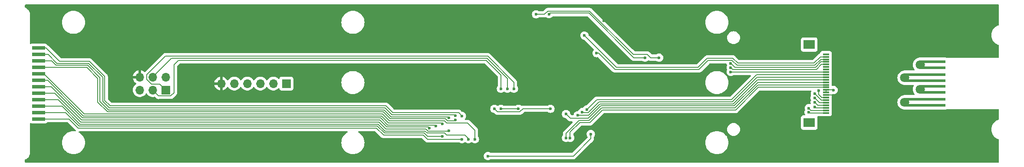
<source format=gtl>
G04 #@! TF.GenerationSoftware,KiCad,Pcbnew,7.0.1-0*
G04 #@! TF.CreationDate,2023-04-13T17:41:14+02:00*
G04 #@! TF.ProjectId,Remote,52656d6f-7465-42e6-9b69-6361645f7063,rev?*
G04 #@! TF.SameCoordinates,Original*
G04 #@! TF.FileFunction,Copper,L1,Top*
G04 #@! TF.FilePolarity,Positive*
%FSLAX46Y46*%
G04 Gerber Fmt 4.6, Leading zero omitted, Abs format (unit mm)*
G04 Created by KiCad (PCBNEW 7.0.1-0) date 2023-04-13 17:41:14*
%MOMM*%
%LPD*%
G01*
G04 APERTURE LIST*
G04 #@! TA.AperFunction,SMDPad,CuDef*
%ADD10R,5.000000X0.600000*%
G04 #@! TD*
G04 #@! TA.AperFunction,ComponentPad*
%ADD11C,1.800000*%
G04 #@! TD*
G04 #@! TA.AperFunction,SMDPad,CuDef*
%ADD12R,8.000000X0.600000*%
G04 #@! TD*
G04 #@! TA.AperFunction,SMDPad,CuDef*
%ADD13R,1.300000X0.300000*%
G04 #@! TD*
G04 #@! TA.AperFunction,SMDPad,CuDef*
%ADD14R,2.200000X1.800000*%
G04 #@! TD*
G04 #@! TA.AperFunction,SMDPad,CuDef*
%ADD15R,2.510000X0.635000*%
G04 #@! TD*
G04 #@! TA.AperFunction,ComponentPad*
%ADD16R,1.700000X1.700000*%
G04 #@! TD*
G04 #@! TA.AperFunction,ComponentPad*
%ADD17O,1.700000X1.700000*%
G04 #@! TD*
G04 #@! TA.AperFunction,ViaPad*
%ADD18C,0.600000*%
G04 #@! TD*
G04 #@! TA.AperFunction,Conductor*
%ADD19C,0.200000*%
G04 #@! TD*
G04 APERTURE END LIST*
D10*
X217597000Y-57730000D03*
D11*
X215097000Y-57130000D03*
X215097000Y-57130000D03*
D10*
X217597000Y-56530000D03*
D12*
X216097000Y-60270000D03*
D11*
X212097000Y-59670000D03*
X212097000Y-59670000D03*
D12*
X216097000Y-59070000D03*
D10*
X217597000Y-52924000D03*
D11*
X215097000Y-52324000D03*
X215097000Y-52324000D03*
D10*
X217597000Y-51724000D03*
D12*
X216097000Y-55464000D03*
D11*
X212097000Y-54864000D03*
X212097000Y-54864000D03*
D12*
X216097000Y-54264000D03*
D13*
X196743351Y-50257000D03*
X196743351Y-50757000D03*
X196743351Y-51257000D03*
X196743351Y-51757000D03*
X196743351Y-52257000D03*
X196743351Y-52757000D03*
X196743351Y-53257000D03*
X196743351Y-53757000D03*
X196743351Y-54257000D03*
X196743351Y-54757000D03*
X196743351Y-55257000D03*
X196743351Y-55757000D03*
X196743351Y-56257000D03*
X196743351Y-56757000D03*
X196743351Y-57257000D03*
X196743351Y-57757000D03*
X196743351Y-58257000D03*
X196743351Y-58757000D03*
X196743351Y-59257000D03*
X196743351Y-59757000D03*
X196743351Y-60257000D03*
X196743351Y-60757000D03*
X196743351Y-61257000D03*
X196743351Y-61757000D03*
D14*
X193493351Y-48357000D03*
X193493351Y-63657000D03*
D15*
X43180000Y-49022000D03*
X43180000Y-50292000D03*
X43180000Y-51562000D03*
X43180000Y-52832000D03*
X43180000Y-54102000D03*
X43180000Y-55372000D03*
X43180000Y-56642000D03*
X43180000Y-57912000D03*
X43180000Y-59182000D03*
X43180000Y-60452000D03*
X43180000Y-61722000D03*
X43180000Y-62992000D03*
D16*
X67970400Y-57282000D03*
D17*
X67970400Y-54742000D03*
X65430400Y-57282000D03*
X65430400Y-54742000D03*
X62890400Y-57282000D03*
X62890400Y-54742000D03*
D16*
X91490800Y-56007000D03*
D17*
X88950800Y-56007000D03*
X86410800Y-56007000D03*
X83870800Y-56007000D03*
X81330800Y-56007000D03*
X78790800Y-56007000D03*
D18*
X154940000Y-65278000D03*
X150876000Y-65913000D03*
X140208000Y-42418000D03*
X142748000Y-42382500D03*
X161452500Y-50927000D03*
X164211000Y-50927000D03*
X195314951Y-57404000D03*
X193366129Y-61637000D03*
X193409951Y-60833000D03*
X194552951Y-60579000D03*
X194552951Y-59690000D03*
X194546240Y-58807711D03*
X194575646Y-57989294D03*
X130810000Y-70231000D03*
X133350000Y-57023000D03*
X135890000Y-57023000D03*
X134620000Y-57023000D03*
X146849503Y-66675000D03*
X146050000Y-66675000D03*
X148336000Y-62230000D03*
X149225000Y-61595000D03*
X150114000Y-61087500D03*
X146050000Y-61976000D03*
X149632911Y-46582089D03*
X152019000Y-50038000D03*
X118110000Y-54610000D03*
X130810000Y-60960000D03*
X118872000Y-45593000D03*
X153416000Y-43688000D03*
X43688000Y-45720000D03*
X132080000Y-45593000D03*
X132080000Y-66929000D03*
X170688000Y-43688000D03*
X170688000Y-47879000D03*
X151765000Y-64262000D03*
X145923000Y-63500000D03*
X160655000Y-64135000D03*
X46863000Y-42672000D03*
X166243000Y-64135000D03*
X198235951Y-57277000D03*
X125730000Y-66929000D03*
X121920000Y-66329500D03*
X127000000Y-66929000D03*
X123190000Y-65278000D03*
X119380000Y-64729500D03*
X128270000Y-66929000D03*
X124450608Y-63130000D03*
X133350000Y-60960000D03*
X136779000Y-60960000D03*
X132080000Y-60960000D03*
X143002000Y-60960000D03*
X120650000Y-64329500D03*
X121920000Y-63929500D03*
X123190000Y-62730000D03*
X124460321Y-62330557D03*
X125730000Y-62357000D03*
X178181000Y-52869503D03*
X178181000Y-53721000D03*
X178181000Y-52070000D03*
D19*
X196743351Y-50757000D02*
X195646293Y-50757000D01*
X195646293Y-50757000D02*
X194390293Y-52013000D01*
X178595215Y-51070000D02*
X173592999Y-51070000D01*
X194390293Y-52013000D02*
X179538215Y-52013000D01*
X179538215Y-52013000D02*
X178595215Y-51070000D01*
X171831000Y-52832000D02*
X155882822Y-52832000D01*
X173592999Y-51070000D02*
X171831000Y-52832000D01*
X155882822Y-52832000D02*
X149632911Y-46582089D01*
X152400000Y-50038000D02*
X155594000Y-53232000D01*
X171996685Y-53232000D02*
X173758685Y-51470000D01*
X155594000Y-53232000D02*
X171996685Y-53232000D01*
X152019000Y-50038000D02*
X152400000Y-50038000D01*
X173758685Y-51470000D02*
X178429529Y-51470000D01*
X178429529Y-51470000D02*
X179372529Y-52413000D01*
X195711979Y-51257000D02*
X196743351Y-51257000D01*
X179372529Y-52413000D02*
X194555979Y-52413000D01*
X194555979Y-52413000D02*
X195711979Y-51257000D01*
X178181000Y-52070000D02*
X178230026Y-52070000D01*
X178230026Y-52070000D02*
X178973026Y-52813000D01*
X178973026Y-52813000D02*
X194721665Y-52813000D01*
X194721665Y-52813000D02*
X195777665Y-51757000D01*
X195777665Y-51757000D02*
X196743351Y-51757000D01*
X178181000Y-52869503D02*
X178230026Y-52869503D01*
X194887351Y-53213000D02*
X195843351Y-52257000D01*
X178230026Y-52869503D02*
X178573523Y-53213000D01*
X178573523Y-53213000D02*
X194887351Y-53213000D01*
X195843351Y-52257000D02*
X196743351Y-52257000D01*
X178181000Y-53721000D02*
X178217000Y-53757000D01*
X178217000Y-53757000D02*
X196743351Y-53757000D01*
X146849503Y-66675000D02*
X146849503Y-65552183D01*
X146849503Y-65552183D02*
X148771686Y-63630000D01*
X148771686Y-63630000D02*
X150722743Y-63630000D01*
X150722743Y-63630000D02*
X153170743Y-61182000D01*
X153170743Y-61182000D02*
X179148058Y-61182000D01*
X179148058Y-61182000D02*
X183573058Y-56757000D01*
X183573058Y-56757000D02*
X196743351Y-56757000D01*
X148606000Y-63230000D02*
X150557058Y-63230000D01*
X146050000Y-65786000D02*
X148606000Y-63230000D01*
X150557058Y-63230000D02*
X153005058Y-60782000D01*
X153005058Y-60782000D02*
X178982369Y-60782000D01*
X146050000Y-66675000D02*
X146050000Y-65786000D01*
X178982369Y-60782000D02*
X183507372Y-56257000D01*
X183507372Y-56257000D02*
X196743351Y-56257000D01*
X146050000Y-61976000D02*
X146904000Y-62830000D01*
X150391372Y-62830000D02*
X152839372Y-60382000D01*
X152839372Y-60382000D02*
X178816684Y-60382000D01*
X178816684Y-60382000D02*
X183441686Y-55757000D01*
X146904000Y-62830000D02*
X150391372Y-62830000D01*
X183441686Y-55757000D02*
X196743351Y-55757000D01*
X148336000Y-62230000D02*
X150425686Y-62230000D01*
X152673686Y-59982000D02*
X178650999Y-59982000D01*
X183376000Y-55257000D02*
X196743351Y-55257000D01*
X150425686Y-62230000D02*
X152673686Y-59982000D01*
X178650999Y-59982000D02*
X183376000Y-55257000D01*
X149225000Y-61595000D02*
X149317000Y-61687000D01*
X150403000Y-61687000D02*
X152508000Y-59582000D01*
X149317000Y-61687000D02*
X150403000Y-61687000D01*
X152508000Y-59582000D02*
X178485313Y-59582000D01*
X178485313Y-59582000D02*
X183310314Y-54757000D01*
X183310314Y-54757000D02*
X196743351Y-54757000D01*
X150114000Y-61087500D02*
X152019500Y-59182000D01*
X152019500Y-59182000D02*
X178319628Y-59182000D01*
X178319628Y-59182000D02*
X183244628Y-54257000D01*
X183244628Y-54257000D02*
X196743351Y-54257000D01*
X122941471Y-63330000D02*
X122541471Y-62930000D01*
X110453002Y-66130000D02*
X109093002Y-64770000D01*
X119380000Y-64729500D02*
X119180500Y-64530000D01*
X122541471Y-62930000D02*
X111778488Y-62930000D01*
X118400599Y-65730000D02*
X110618688Y-65730000D01*
X110749860Y-60770000D02*
X56948372Y-60770000D01*
X110618688Y-65730000D02*
X109258686Y-64370000D01*
X124259764Y-62130000D02*
X112109860Y-62130000D01*
X118965785Y-65729500D02*
X118566285Y-65330000D01*
X45739000Y-51562000D02*
X43180000Y-51562000D01*
X56948372Y-60770000D02*
X55683686Y-59505314D01*
X55683686Y-59505314D02*
X55683686Y-54806316D01*
X45623628Y-56642000D02*
X43180000Y-56642000D01*
X126327000Y-66129000D02*
X122733014Y-66129000D01*
X122733014Y-66129000D02*
X122333514Y-65729500D01*
X122333514Y-65729500D02*
X118965785Y-65729500D01*
X125730500Y-66929500D02*
X119034413Y-66929500D01*
X119034413Y-66929500D02*
X118234913Y-66130000D01*
X46774343Y-52031657D02*
X45034686Y-50292000D01*
X45034686Y-50292000D02*
X43180000Y-50292000D01*
X110950059Y-64930000D02*
X109590058Y-63570000D01*
X125730000Y-66929000D02*
X125730500Y-66929500D01*
X118234913Y-66130000D02*
X110453002Y-66130000D01*
X56782686Y-61170000D02*
X55137000Y-59524314D01*
X55137000Y-59524314D02*
X55137000Y-54825315D01*
X48440884Y-61722000D02*
X43180000Y-61722000D01*
X127000000Y-66929000D02*
X127000000Y-66802000D01*
X127000000Y-66802000D02*
X126327000Y-66129000D01*
X55683686Y-54806316D02*
X52909027Y-52031657D01*
X52909027Y-52031657D02*
X46774343Y-52031657D01*
X118566285Y-65330000D02*
X110784373Y-65330000D01*
X110784373Y-65330000D02*
X109424372Y-63970000D01*
X121920000Y-66329500D02*
X119000099Y-66329500D01*
X119000099Y-66329500D02*
X118400599Y-65730000D01*
X51254570Y-63970000D02*
X47736570Y-60452000D01*
X57114058Y-60370000D02*
X110915546Y-60370000D01*
X110915546Y-60370000D02*
X112275546Y-61730000D01*
X109424372Y-63970000D02*
X51254570Y-63970000D01*
X128270000Y-66929000D02*
X128270000Y-65151000D01*
X123190000Y-65278000D02*
X123138500Y-65329500D01*
X47736570Y-60452000D02*
X43180000Y-60452000D01*
X123138500Y-65329500D02*
X119131471Y-65329500D01*
X55137000Y-54825315D02*
X52743686Y-52432000D01*
X119131471Y-65329500D02*
X118731971Y-64930000D01*
X50923198Y-64770000D02*
X49145198Y-62992000D01*
X49145198Y-62992000D02*
X43180000Y-62992000D01*
X46327942Y-57912000D02*
X43180000Y-57912000D01*
X109590058Y-63570000D02*
X51420256Y-63570000D01*
X109258686Y-64370000D02*
X51088884Y-64370000D01*
X51088884Y-64370000D02*
X48440884Y-61722000D01*
X120650000Y-64329500D02*
X120450500Y-64130000D01*
X51420256Y-63570000D02*
X47032256Y-59182000D01*
X47032256Y-59182000D02*
X43180000Y-59182000D01*
X119180500Y-64530000D02*
X111115745Y-64530000D01*
X111115745Y-64530000D02*
X109755744Y-63170000D01*
X47244000Y-51631657D02*
X53074713Y-51631657D01*
X109755744Y-63170000D02*
X51585942Y-63170000D01*
X118731971Y-64930000D02*
X110950059Y-64930000D01*
X51585942Y-63170000D02*
X46327942Y-57912000D01*
X120450500Y-64130000D02*
X111281431Y-64130000D01*
X111281431Y-64130000D02*
X109921430Y-62770000D01*
X109921430Y-62770000D02*
X51751628Y-62770000D01*
X51751628Y-62770000D02*
X45623628Y-56642000D01*
X121920000Y-63929500D02*
X121720500Y-63730000D01*
X121720500Y-63730000D02*
X111447117Y-63730000D01*
X111447117Y-63730000D02*
X110087116Y-62370000D01*
X110087116Y-62370000D02*
X51917314Y-62370000D01*
X126849000Y-63730000D02*
X122775785Y-63730000D01*
X44919314Y-55372000D02*
X43180000Y-55372000D01*
X51917314Y-62370000D02*
X44919314Y-55372000D01*
X109093002Y-64770000D02*
X50923198Y-64770000D01*
X128270000Y-65151000D02*
X126849000Y-63730000D01*
X122775785Y-63730000D02*
X122375785Y-63330000D01*
X124250608Y-63330000D02*
X122941471Y-63330000D01*
X124450608Y-63130000D02*
X124250608Y-63330000D01*
X122375785Y-63330000D02*
X111612802Y-63330000D01*
X111612802Y-63330000D02*
X110252802Y-61970000D01*
X110252802Y-61970000D02*
X52083000Y-61970000D01*
X52083000Y-61970000D02*
X44215000Y-54102000D01*
X44215000Y-54102000D02*
X43180000Y-54102000D01*
X111778488Y-62930000D02*
X110418488Y-61570000D01*
X110418488Y-61570000D02*
X56617000Y-61570000D01*
X54737000Y-59690000D02*
X54737000Y-54991000D01*
X56617000Y-61570000D02*
X54737000Y-59690000D01*
X54737000Y-54991000D02*
X52578000Y-52832000D01*
X52578000Y-52832000D02*
X43180000Y-52832000D01*
X123190000Y-62730000D02*
X122990000Y-62530000D01*
X111944174Y-62530000D02*
X110584174Y-61170000D01*
X122990000Y-62530000D02*
X111944174Y-62530000D01*
X110584174Y-61170000D02*
X56782686Y-61170000D01*
X52743686Y-52432000D02*
X46609000Y-52432000D01*
X46609000Y-52432000D02*
X45739000Y-51562000D01*
X124460321Y-62330557D02*
X124259764Y-62130000D01*
X112109860Y-62130000D02*
X110749860Y-60770000D01*
X43180000Y-49022000D02*
X44634343Y-49022000D01*
X44634343Y-49022000D02*
X47244000Y-51631657D01*
X53074713Y-51631657D02*
X56083686Y-54640631D01*
X56083686Y-54640631D02*
X56083686Y-59339628D01*
X56083686Y-59339628D02*
X57114058Y-60370000D01*
X112275546Y-61730000D02*
X125103000Y-61730000D01*
X125103000Y-61730000D02*
X125730000Y-62357000D01*
X150876000Y-66821000D02*
X150876000Y-65913000D01*
X130810000Y-70231000D02*
X147466000Y-70231000D01*
X147466000Y-70231000D02*
X150876000Y-66821000D01*
X140208000Y-42418000D02*
X141859000Y-42418000D01*
X142494000Y-41783000D02*
X150662471Y-41783000D01*
X159171471Y-50292000D02*
X161925000Y-50292000D01*
X150662471Y-41783000D02*
X159171471Y-50292000D01*
X141859000Y-42418000D02*
X142494000Y-41783000D01*
X161925000Y-50292000D02*
X162560000Y-50927000D01*
X162560000Y-50927000D02*
X164211000Y-50927000D01*
X161452500Y-50927000D02*
X159240785Y-50927000D01*
X159240785Y-50927000D02*
X150496785Y-42183000D01*
X150496785Y-42183000D02*
X142947500Y-42183000D01*
X142947500Y-42183000D02*
X142748000Y-42382500D01*
X196743351Y-58757000D02*
X195909038Y-58757000D01*
X195314951Y-58162913D02*
X195314951Y-57404000D01*
X195909038Y-58757000D02*
X195314951Y-58162913D01*
X194575646Y-57989294D02*
X195843352Y-59257000D01*
X195843352Y-59257000D02*
X196743351Y-59257000D01*
X193366129Y-61637000D02*
X193506480Y-61777351D01*
X193506480Y-61777351D02*
X196723000Y-61777351D01*
X196723000Y-61777351D02*
X196743351Y-61757000D01*
X193833951Y-61257000D02*
X196743351Y-61257000D01*
X193409951Y-60833000D02*
X193833951Y-61257000D01*
X194552951Y-60579000D02*
X194730951Y-60757000D01*
X194730951Y-60757000D02*
X196743351Y-60757000D01*
X195119951Y-60257000D02*
X196743351Y-60257000D01*
X194552951Y-59690000D02*
X195119951Y-60257000D01*
X194546240Y-58807711D02*
X195495529Y-59757000D01*
X195495529Y-59757000D02*
X196743351Y-59757000D01*
X65430400Y-54742000D02*
X65430400Y-54711600D01*
X130625314Y-51054000D02*
X134620000Y-55048686D01*
X65430400Y-54711600D02*
X69088000Y-51054000D01*
X134620000Y-55048686D02*
X134620000Y-57023000D01*
X69088000Y-51054000D02*
X130625314Y-51054000D01*
X65430400Y-57282000D02*
X66580400Y-58432000D01*
X130459628Y-51454000D02*
X133350000Y-54344372D01*
X66580400Y-58432000D02*
X68949000Y-58432000D01*
X68949000Y-58432000D02*
X69596000Y-57785000D01*
X69596000Y-57785000D02*
X69596000Y-52324000D01*
X69596000Y-52324000D02*
X70466000Y-51454000D01*
X70466000Y-51454000D02*
X130459628Y-51454000D01*
X133350000Y-54344372D02*
X133350000Y-57023000D01*
X67970400Y-57282000D02*
X66820400Y-56132000D01*
X66820400Y-56132000D02*
X65194054Y-56132000D01*
X65194054Y-56132000D02*
X64280400Y-55218346D01*
X64280400Y-55218346D02*
X64280400Y-54265654D01*
X64280400Y-54265654D02*
X67892054Y-50654000D01*
X67892054Y-50654000D02*
X130791000Y-50654000D01*
X130791000Y-50654000D02*
X135890000Y-55753000D01*
X135890000Y-55753000D02*
X135890000Y-57023000D01*
X143002000Y-60960000D02*
X137627529Y-60960000D01*
X137627529Y-60960000D02*
X137027529Y-61560000D01*
X137027529Y-61560000D02*
X132680000Y-61560000D01*
X132680000Y-61560000D02*
X132080000Y-60960000D01*
X196743351Y-58257000D02*
X198072951Y-58257000D01*
X198072951Y-58257000D02*
X198108951Y-58293000D01*
X196743351Y-57257000D02*
X196743351Y-57757000D01*
X196743351Y-57257000D02*
X198215951Y-57257000D01*
X198215951Y-57257000D02*
X198235951Y-57277000D01*
X133350000Y-60960000D02*
X136779000Y-60960000D01*
G04 #@! TA.AperFunction,Conductor*
G36*
X230436500Y-40517381D02*
G01*
X230482619Y-40563500D01*
X230499500Y-40626500D01*
X230499500Y-44467143D01*
X230487896Y-44519959D01*
X230455222Y-44563047D01*
X230407495Y-44588470D01*
X230328511Y-44610600D01*
X230077486Y-44719636D01*
X229843656Y-44861830D01*
X229631361Y-45034547D01*
X229444560Y-45234560D01*
X229286741Y-45458140D01*
X229160831Y-45701134D01*
X229069182Y-45959008D01*
X229013500Y-46226966D01*
X228994825Y-46499999D01*
X229013500Y-46773033D01*
X229069182Y-47040991D01*
X229160831Y-47298865D01*
X229286741Y-47541859D01*
X229444560Y-47765439D01*
X229444563Y-47765442D01*
X229631362Y-47965454D01*
X229787033Y-48092102D01*
X229843656Y-48138169D01*
X229949463Y-48202511D01*
X230077489Y-48280365D01*
X230328508Y-48389398D01*
X230328509Y-48389398D01*
X230328511Y-48389399D01*
X230407495Y-48411530D01*
X230455222Y-48436953D01*
X230487896Y-48480041D01*
X230499500Y-48532857D01*
X230499500Y-50873500D01*
X230482619Y-50936500D01*
X230436500Y-50982619D01*
X230373500Y-50999500D01*
X220420392Y-50999500D01*
X220380601Y-50993052D01*
X220344883Y-50974368D01*
X220343206Y-50973112D01*
X220343204Y-50973111D01*
X220206201Y-50922011D01*
X220206200Y-50922010D01*
X220206198Y-50922010D01*
X220145638Y-50915500D01*
X215213712Y-50915500D01*
X214980288Y-50915500D01*
X214750049Y-50953920D01*
X214750046Y-50953920D01*
X214750046Y-50953921D01*
X214529273Y-51029712D01*
X214323984Y-51140809D01*
X214139779Y-51284182D01*
X213981684Y-51455919D01*
X213854016Y-51651330D01*
X213760250Y-51865094D01*
X213706209Y-52078500D01*
X213702949Y-52091374D01*
X213683673Y-52324000D01*
X213702949Y-52556626D01*
X213702949Y-52556629D01*
X213702950Y-52556630D01*
X213736332Y-52688455D01*
X213760251Y-52782907D01*
X213854016Y-52996669D01*
X213981686Y-53192083D01*
X214029630Y-53244163D01*
X214057983Y-53294547D01*
X214060850Y-53352291D01*
X214037626Y-53405236D01*
X213993201Y-53442236D01*
X213936928Y-53455500D01*
X212213712Y-53455500D01*
X211980288Y-53455500D01*
X211750049Y-53493920D01*
X211750046Y-53493920D01*
X211750046Y-53493921D01*
X211529273Y-53569712D01*
X211323984Y-53680809D01*
X211139779Y-53824182D01*
X210981684Y-53995919D01*
X210854016Y-54191330D01*
X210760250Y-54405094D01*
X210704239Y-54626278D01*
X210702949Y-54631374D01*
X210683673Y-54864000D01*
X210702949Y-55096626D01*
X210702949Y-55096629D01*
X210702950Y-55096630D01*
X210760250Y-55322905D01*
X210771257Y-55347999D01*
X210854016Y-55536669D01*
X210981686Y-55732083D01*
X211139780Y-55903818D01*
X211323983Y-56047190D01*
X211529273Y-56158287D01*
X211750049Y-56234080D01*
X211980288Y-56272500D01*
X212048362Y-56272500D01*
X212213712Y-56272500D01*
X213742233Y-56272500D01*
X213802202Y-56287686D01*
X213847716Y-56329584D01*
X213867803Y-56388095D01*
X213857620Y-56449113D01*
X213760251Y-56671091D01*
X213706527Y-56883245D01*
X213702949Y-56897374D01*
X213683673Y-57130000D01*
X213702949Y-57362626D01*
X213702949Y-57362629D01*
X213702950Y-57362630D01*
X213760250Y-57588905D01*
X213854016Y-57802669D01*
X213926170Y-57913110D01*
X213981686Y-57998083D01*
X214029630Y-58050163D01*
X214057983Y-58100547D01*
X214060850Y-58158291D01*
X214037626Y-58211236D01*
X213993201Y-58248236D01*
X213936928Y-58261500D01*
X212213712Y-58261500D01*
X211980288Y-58261500D01*
X211750049Y-58299920D01*
X211750046Y-58299920D01*
X211750046Y-58299921D01*
X211529273Y-58375712D01*
X211323984Y-58486809D01*
X211139779Y-58630182D01*
X210981684Y-58801919D01*
X210854016Y-58997330D01*
X210760250Y-59211094D01*
X210702950Y-59437369D01*
X210702949Y-59437374D01*
X210683673Y-59670000D01*
X210702949Y-59902626D01*
X210702949Y-59902629D01*
X210702950Y-59902630D01*
X210760250Y-60128905D01*
X210776865Y-60166783D01*
X210854016Y-60342669D01*
X210981686Y-60538083D01*
X211139780Y-60709818D01*
X211323983Y-60853190D01*
X211529273Y-60964287D01*
X211750049Y-61040080D01*
X211980288Y-61078500D01*
X212048362Y-61078500D01*
X212213712Y-61078500D01*
X220145638Y-61078500D01*
X220206201Y-61071989D01*
X220343204Y-61020889D01*
X220343208Y-61020885D01*
X220358147Y-61015314D01*
X220368939Y-61009667D01*
X220408721Y-61003211D01*
X230373468Y-61000660D01*
X230436481Y-61017530D01*
X230482614Y-61063651D01*
X230499500Y-61126660D01*
X230499500Y-62967143D01*
X230487896Y-63019959D01*
X230455222Y-63063047D01*
X230407495Y-63088470D01*
X230328511Y-63110600D01*
X230077486Y-63219636D01*
X229843656Y-63361830D01*
X229631361Y-63534547D01*
X229444560Y-63734560D01*
X229286741Y-63958140D01*
X229160831Y-64201134D01*
X229069182Y-64459008D01*
X229013500Y-64726966D01*
X228994825Y-65000000D01*
X229013500Y-65273033D01*
X229069182Y-65540991D01*
X229160831Y-65798865D01*
X229286741Y-66041859D01*
X229444560Y-66265439D01*
X229444563Y-66265442D01*
X229631362Y-66465454D01*
X229776410Y-66583460D01*
X229843656Y-66638169D01*
X229982889Y-66722838D01*
X230077489Y-66780365D01*
X230328508Y-66889398D01*
X230328509Y-66889398D01*
X230328511Y-66889399D01*
X230407495Y-66911530D01*
X230455222Y-66936953D01*
X230487896Y-66980041D01*
X230499500Y-67032857D01*
X230499500Y-71373500D01*
X230482619Y-71436500D01*
X230436500Y-71482619D01*
X230373500Y-71499500D01*
X40626500Y-71499500D01*
X40563500Y-71482619D01*
X40517381Y-71436500D01*
X40500500Y-71373500D01*
X40500500Y-71001972D01*
X40509526Y-70955143D01*
X40535310Y-70915022D01*
X40574155Y-70887359D01*
X40720950Y-70820321D01*
X40901513Y-70704281D01*
X41063724Y-70563724D01*
X41204281Y-70401513D01*
X41313863Y-70230999D01*
X129996384Y-70230999D01*
X130016783Y-70412049D01*
X130076956Y-70584014D01*
X130173889Y-70738282D01*
X130302717Y-70867110D01*
X130302719Y-70867111D01*
X130456985Y-70964043D01*
X130628953Y-71024217D01*
X130810000Y-71044616D01*
X130991047Y-71024217D01*
X131163015Y-70964043D01*
X131317281Y-70867111D01*
X131317280Y-70867111D01*
X131329302Y-70859558D01*
X131330454Y-70861392D01*
X131348865Y-70849091D01*
X131397083Y-70839500D01*
X147417864Y-70839500D01*
X147434307Y-70840577D01*
X147466000Y-70844750D01*
X147497693Y-70840577D01*
X147497703Y-70840577D01*
X147505884Y-70839500D01*
X147505885Y-70839500D01*
X147605456Y-70826391D01*
X147624851Y-70823838D01*
X147772876Y-70762524D01*
X147868072Y-70689477D01*
X147868072Y-70689476D01*
X147884629Y-70676772D01*
X147884632Y-70676769D01*
X147885546Y-70676067D01*
X147899987Y-70664987D01*
X147919457Y-70639611D01*
X147930309Y-70627238D01*
X150956748Y-67600799D01*
X173219270Y-67600799D01*
X173238567Y-67895231D01*
X173296132Y-68184628D01*
X173390974Y-68464025D01*
X173521482Y-68728667D01*
X173685409Y-68974001D01*
X173879957Y-69195842D01*
X174074505Y-69366455D01*
X174101799Y-69390391D01*
X174347135Y-69554319D01*
X174485392Y-69622500D01*
X174611774Y-69684825D01*
X174891171Y-69779667D01*
X174891174Y-69779668D01*
X175180568Y-69837232D01*
X175475000Y-69856530D01*
X175769432Y-69837232D01*
X176058826Y-69779668D01*
X176244250Y-69716725D01*
X176338225Y-69684825D01*
X176338226Y-69684824D01*
X176338230Y-69684823D01*
X176602865Y-69554319D01*
X176848201Y-69390391D01*
X177070042Y-69195842D01*
X177264591Y-68974001D01*
X177428519Y-68728665D01*
X177559023Y-68464030D01*
X177653868Y-68184626D01*
X177711432Y-67895232D01*
X177730730Y-67600800D01*
X177711432Y-67306368D01*
X177653868Y-67016974D01*
X177626825Y-66937308D01*
X177559025Y-66737574D01*
X177501405Y-66620733D01*
X177428519Y-66472935D01*
X177264591Y-66227599D01*
X177206897Y-66161811D01*
X177070042Y-66005757D01*
X176848201Y-65811209D01*
X176602867Y-65647282D01*
X176338225Y-65516774D01*
X176058828Y-65421932D01*
X175769431Y-65364367D01*
X175475000Y-65345070D01*
X175180568Y-65364367D01*
X174891171Y-65421932D01*
X174611774Y-65516774D01*
X174347132Y-65647282D01*
X174101798Y-65811209D01*
X173879957Y-66005757D01*
X173685409Y-66227598D01*
X173521482Y-66472932D01*
X173390974Y-66737574D01*
X173296132Y-67016971D01*
X173238567Y-67306368D01*
X173219270Y-67600799D01*
X150956748Y-67600799D01*
X151272235Y-67285312D01*
X151284619Y-67274452D01*
X151285098Y-67274083D01*
X151309987Y-67254987D01*
X151321772Y-67239627D01*
X151321775Y-67239625D01*
X151365777Y-67182281D01*
X151407524Y-67127876D01*
X151448887Y-67028015D01*
X151468838Y-66979850D01*
X151484500Y-66860885D01*
X151485578Y-66852697D01*
X151485578Y-66852690D01*
X151485727Y-66851553D01*
X151489750Y-66821000D01*
X151485577Y-66789307D01*
X151484500Y-66772864D01*
X151484500Y-66500083D01*
X151494091Y-66451865D01*
X151506392Y-66433454D01*
X151504558Y-66432302D01*
X151568778Y-66330096D01*
X151609043Y-66266015D01*
X151669217Y-66094047D01*
X151689616Y-65913000D01*
X151669217Y-65731953D01*
X151656290Y-65695011D01*
X151609043Y-65559985D01*
X151512110Y-65405717D01*
X151383282Y-65276889D01*
X151229014Y-65179956D01*
X151057049Y-65119783D01*
X150876000Y-65099384D01*
X150694950Y-65119783D01*
X150522985Y-65179956D01*
X150368717Y-65276889D01*
X150239889Y-65405717D01*
X150142956Y-65559985D01*
X150082783Y-65731950D01*
X150062384Y-65913000D01*
X150082783Y-66094049D01*
X150142956Y-66266014D01*
X150247442Y-66432302D01*
X150245607Y-66433454D01*
X150257909Y-66451865D01*
X150267500Y-66500083D01*
X150267500Y-66516761D01*
X150257909Y-66564979D01*
X150230595Y-66605856D01*
X147250856Y-69585595D01*
X147209979Y-69612909D01*
X147161761Y-69622500D01*
X131397083Y-69622500D01*
X131348865Y-69612909D01*
X131330454Y-69600607D01*
X131329302Y-69602442D01*
X131163014Y-69497956D01*
X130991049Y-69437783D01*
X130810000Y-69417384D01*
X130628950Y-69437783D01*
X130456985Y-69497956D01*
X130302717Y-69594889D01*
X130173889Y-69723717D01*
X130076956Y-69877985D01*
X130016783Y-70049950D01*
X129996384Y-70230999D01*
X41313863Y-70230999D01*
X41320321Y-70220950D01*
X41409484Y-70025710D01*
X41469954Y-69819769D01*
X41483764Y-69723719D01*
X41500500Y-69607321D01*
X41500500Y-63875363D01*
X41514852Y-63816961D01*
X41554639Y-63771864D01*
X41610797Y-63750345D01*
X41670532Y-63757307D01*
X41707728Y-63771180D01*
X41815799Y-63811489D01*
X41876362Y-63818000D01*
X44483638Y-63818000D01*
X44544201Y-63811489D01*
X44681204Y-63760389D01*
X44739732Y-63716575D01*
X44798260Y-63672762D01*
X44814557Y-63650992D01*
X44859026Y-63613828D01*
X44915426Y-63600500D01*
X48840959Y-63600500D01*
X48889177Y-63610091D01*
X48930054Y-63637405D01*
X50458879Y-65166230D01*
X50469743Y-65178616D01*
X50470228Y-65179248D01*
X50494448Y-65234614D01*
X50490103Y-65294889D01*
X50458193Y-65346209D01*
X50406056Y-65376768D01*
X50345688Y-65379536D01*
X50269431Y-65364367D01*
X49975000Y-65345070D01*
X49680568Y-65364367D01*
X49391171Y-65421932D01*
X49111774Y-65516774D01*
X48847132Y-65647282D01*
X48601798Y-65811209D01*
X48379957Y-66005757D01*
X48185409Y-66227598D01*
X48021482Y-66472932D01*
X47890974Y-66737574D01*
X47796132Y-67016971D01*
X47738567Y-67306368D01*
X47719270Y-67600799D01*
X47738567Y-67895231D01*
X47796132Y-68184628D01*
X47890974Y-68464025D01*
X48021482Y-68728667D01*
X48185409Y-68974001D01*
X48379957Y-69195842D01*
X48574505Y-69366455D01*
X48601799Y-69390391D01*
X48847135Y-69554319D01*
X48985392Y-69622500D01*
X49111774Y-69684825D01*
X49391171Y-69779667D01*
X49391174Y-69779668D01*
X49680568Y-69837232D01*
X49975000Y-69856530D01*
X50269432Y-69837232D01*
X50558826Y-69779668D01*
X50744250Y-69716725D01*
X50838225Y-69684825D01*
X50838226Y-69684824D01*
X50838230Y-69684823D01*
X51102865Y-69554319D01*
X51348201Y-69390391D01*
X51570042Y-69195842D01*
X51764591Y-68974001D01*
X51928519Y-68728665D01*
X52059023Y-68464030D01*
X52153868Y-68184626D01*
X52211432Y-67895232D01*
X52230730Y-67600800D01*
X52211432Y-67306368D01*
X52153868Y-67016974D01*
X52126825Y-66937308D01*
X52059025Y-66737574D01*
X52001405Y-66620733D01*
X51928519Y-66472935D01*
X51764591Y-66227599D01*
X51706897Y-66161811D01*
X51570042Y-66005757D01*
X51348201Y-65811209D01*
X51102867Y-65647282D01*
X51081285Y-65636639D01*
X51042484Y-65617504D01*
X50992542Y-65573124D01*
X50972312Y-65509447D01*
X50987484Y-65444378D01*
X51033792Y-65396215D01*
X51098215Y-65378500D01*
X103351785Y-65378500D01*
X103416208Y-65396215D01*
X103462516Y-65444378D01*
X103477688Y-65509447D01*
X103457458Y-65573124D01*
X103407515Y-65617504D01*
X103387963Y-65627147D01*
X103347132Y-65647282D01*
X103101798Y-65811209D01*
X102879957Y-66005757D01*
X102685409Y-66227598D01*
X102521482Y-66472932D01*
X102390974Y-66737574D01*
X102296132Y-67016971D01*
X102238567Y-67306368D01*
X102219270Y-67600800D01*
X102238567Y-67895231D01*
X102296132Y-68184628D01*
X102390974Y-68464025D01*
X102521482Y-68728667D01*
X102685409Y-68974001D01*
X102879957Y-69195842D01*
X103074505Y-69366455D01*
X103101799Y-69390391D01*
X103347135Y-69554319D01*
X103485392Y-69622500D01*
X103611774Y-69684825D01*
X103891171Y-69779667D01*
X103891174Y-69779668D01*
X104180568Y-69837232D01*
X104475000Y-69856530D01*
X104769432Y-69837232D01*
X105058826Y-69779668D01*
X105244250Y-69716725D01*
X105338225Y-69684825D01*
X105338226Y-69684824D01*
X105338230Y-69684823D01*
X105602865Y-69554319D01*
X105848201Y-69390391D01*
X106070042Y-69195842D01*
X106264591Y-68974001D01*
X106428519Y-68728665D01*
X106559023Y-68464030D01*
X106653868Y-68184626D01*
X106711432Y-67895232D01*
X106730730Y-67600800D01*
X106711432Y-67306368D01*
X106653868Y-67016974D01*
X106626825Y-66937308D01*
X106559025Y-66737574D01*
X106501405Y-66620733D01*
X106428519Y-66472935D01*
X106264591Y-66227599D01*
X106206897Y-66161811D01*
X106070042Y-66005757D01*
X105848201Y-65811209D01*
X105602867Y-65647282D01*
X105581285Y-65636639D01*
X105542484Y-65617504D01*
X105492542Y-65573124D01*
X105472312Y-65509447D01*
X105487484Y-65444378D01*
X105533792Y-65396215D01*
X105598215Y-65378500D01*
X108788763Y-65378500D01*
X108836981Y-65388091D01*
X108877858Y-65415405D01*
X109988683Y-66526230D01*
X109999549Y-66538619D01*
X110019015Y-66563987D01*
X110044381Y-66583451D01*
X110044391Y-66583460D01*
X110073579Y-66605856D01*
X110092966Y-66620732D01*
X110146127Y-66661524D01*
X110294152Y-66722838D01*
X110406083Y-66737574D01*
X110421298Y-66739577D01*
X110421312Y-66739578D01*
X110453002Y-66743750D01*
X110484694Y-66739577D01*
X110501138Y-66738500D01*
X117930674Y-66738500D01*
X117978892Y-66748091D01*
X118019769Y-66775405D01*
X118570094Y-67325730D01*
X118580960Y-67338119D01*
X118600426Y-67363487D01*
X118625790Y-67382950D01*
X118625806Y-67382964D01*
X118727535Y-67461023D01*
X118727536Y-67461023D01*
X118727537Y-67461024D01*
X118875562Y-67522338D01*
X118885258Y-67523614D01*
X118894955Y-67524891D01*
X118894956Y-67524891D01*
X119002709Y-67539077D01*
X119002720Y-67539077D01*
X119034413Y-67543250D01*
X119066106Y-67539078D01*
X119082551Y-67538000D01*
X125143417Y-67538000D01*
X125191635Y-67547591D01*
X125209471Y-67559509D01*
X125210698Y-67557558D01*
X125376984Y-67662042D01*
X125376985Y-67662043D01*
X125548953Y-67722217D01*
X125730000Y-67742616D01*
X125911047Y-67722217D01*
X126083015Y-67662043D01*
X126237281Y-67565111D01*
X126275906Y-67526485D01*
X126332386Y-67493876D01*
X126397609Y-67493875D01*
X126454094Y-67526487D01*
X126492717Y-67565110D01*
X126646984Y-67662042D01*
X126646985Y-67662043D01*
X126818953Y-67722217D01*
X127000000Y-67742616D01*
X127181047Y-67722217D01*
X127353015Y-67662043D01*
X127507281Y-67565111D01*
X127545906Y-67526485D01*
X127602386Y-67493876D01*
X127667609Y-67493875D01*
X127724094Y-67526487D01*
X127762717Y-67565110D01*
X127916984Y-67662042D01*
X127916985Y-67662043D01*
X128088953Y-67722217D01*
X128270000Y-67742616D01*
X128451047Y-67722217D01*
X128623015Y-67662043D01*
X128777281Y-67565111D01*
X128906111Y-67436281D01*
X129003043Y-67282015D01*
X129063217Y-67110047D01*
X129083616Y-66929000D01*
X129063217Y-66747953D01*
X129060286Y-66739578D01*
X129037689Y-66674999D01*
X145236384Y-66674999D01*
X145256783Y-66856049D01*
X145316956Y-67028014D01*
X145413889Y-67182282D01*
X145542717Y-67311110D01*
X145696985Y-67408043D01*
X145848396Y-67461024D01*
X145868953Y-67468217D01*
X146050000Y-67488616D01*
X146231047Y-67468217D01*
X146403015Y-67408043D01*
X146403020Y-67408039D01*
X146408135Y-67406250D01*
X146449751Y-67399179D01*
X146491367Y-67406250D01*
X146496484Y-67408040D01*
X146496488Y-67408043D01*
X146668456Y-67468217D01*
X146849503Y-67488616D01*
X147030550Y-67468217D01*
X147202518Y-67408043D01*
X147356784Y-67311111D01*
X147485614Y-67182281D01*
X147582546Y-67028015D01*
X147642720Y-66856047D01*
X147663119Y-66675000D01*
X147642720Y-66493953D01*
X147635364Y-66472932D01*
X147582546Y-66321985D01*
X147478061Y-66155698D01*
X147479895Y-66154545D01*
X147467594Y-66136135D01*
X147458003Y-66087917D01*
X147458003Y-65856422D01*
X147467594Y-65808204D01*
X147494908Y-65767327D01*
X148253235Y-65009000D01*
X177470123Y-65009000D01*
X177485558Y-65185423D01*
X177489193Y-65226977D01*
X177545824Y-65438329D01*
X177638298Y-65636639D01*
X177763804Y-65815880D01*
X177918519Y-65970595D01*
X177918522Y-65970597D01*
X177918523Y-65970598D01*
X178097761Y-66096102D01*
X178296070Y-66188575D01*
X178507423Y-66245207D01*
X178725400Y-66264277D01*
X178943377Y-66245207D01*
X179154730Y-66188575D01*
X179353039Y-66096102D01*
X179532277Y-65970598D01*
X179686998Y-65815877D01*
X179812502Y-65636639D01*
X179904975Y-65438330D01*
X179961607Y-65226977D01*
X179980677Y-65009000D01*
X179961607Y-64791023D01*
X179904975Y-64579670D01*
X179812502Y-64381362D01*
X179793982Y-64354913D01*
X179686995Y-64202119D01*
X179532280Y-64047404D01*
X179353039Y-63921898D01*
X179154729Y-63829424D01*
X178943377Y-63772793D01*
X178725400Y-63753723D01*
X178507423Y-63772793D01*
X178296070Y-63829425D01*
X178296067Y-63829426D01*
X178296068Y-63829426D01*
X178097760Y-63921898D01*
X177918519Y-64047404D01*
X177763804Y-64202119D01*
X177638298Y-64381360D01*
X177571688Y-64524207D01*
X177545825Y-64579670D01*
X177489193Y-64791023D01*
X177470123Y-65009000D01*
X148253235Y-65009000D01*
X148986830Y-64275405D01*
X149027707Y-64248091D01*
X149075925Y-64238500D01*
X150674607Y-64238500D01*
X150691050Y-64239577D01*
X150722743Y-64243750D01*
X150754436Y-64239577D01*
X150754446Y-64239577D01*
X150762627Y-64238500D01*
X150762628Y-64238500D01*
X150862199Y-64225391D01*
X150881594Y-64222838D01*
X151029619Y-64161524D01*
X151124815Y-64088477D01*
X151124815Y-64088476D01*
X151141372Y-64075772D01*
X151141375Y-64075769D01*
X151156727Y-64063989D01*
X151156726Y-64063989D01*
X151156730Y-64063987D01*
X151176207Y-64038604D01*
X151187052Y-64026239D01*
X153385887Y-61827405D01*
X153426764Y-61800091D01*
X153474982Y-61790500D01*
X179099922Y-61790500D01*
X179116365Y-61791577D01*
X179148058Y-61795750D01*
X179179751Y-61791577D01*
X179179761Y-61791577D01*
X179187942Y-61790500D01*
X179187943Y-61790500D01*
X179287820Y-61777351D01*
X179287821Y-61777351D01*
X179294182Y-61776513D01*
X179306909Y-61774838D01*
X179454934Y-61713524D01*
X179550130Y-61640477D01*
X179550130Y-61640476D01*
X179566687Y-61627772D01*
X179566690Y-61627769D01*
X179572925Y-61622985D01*
X179582045Y-61615987D01*
X179601515Y-61590611D01*
X179612367Y-61578238D01*
X183788201Y-57402405D01*
X183829079Y-57375091D01*
X183877297Y-57365500D01*
X193784765Y-57365500D01*
X193848782Y-57382975D01*
X193895043Y-57430551D01*
X193910715Y-57495033D01*
X193891452Y-57558536D01*
X193842603Y-57636279D01*
X193782429Y-57808244D01*
X193762030Y-57989294D01*
X193782429Y-58170343D01*
X193837302Y-58327162D01*
X193843581Y-58382883D01*
X193825062Y-58435810D01*
X193813196Y-58454694D01*
X193753023Y-58626661D01*
X193732624Y-58807710D01*
X193753023Y-58988760D01*
X193813195Y-59160722D01*
X193813196Y-59160724D01*
X193813197Y-59160726D01*
X193829806Y-59187160D01*
X193849119Y-59254192D01*
X193829808Y-59321228D01*
X193819906Y-59336986D01*
X193759734Y-59508950D01*
X193754167Y-59558361D01*
X193739335Y-59690000D01*
X193759734Y-59871047D01*
X193764144Y-59883650D01*
X193768055Y-59953301D01*
X193734309Y-60014358D01*
X193673252Y-60048104D01*
X193603601Y-60044193D01*
X193590998Y-60039783D01*
X193409951Y-60019384D01*
X193409950Y-60019384D01*
X193228901Y-60039783D01*
X193056936Y-60099956D01*
X192902668Y-60196889D01*
X192773840Y-60325717D01*
X192676907Y-60479985D01*
X192616734Y-60651950D01*
X192596335Y-60833000D01*
X192616734Y-61014049D01*
X192663211Y-61146871D01*
X192669490Y-61202593D01*
X192650970Y-61255521D01*
X192633084Y-61283985D01*
X192572912Y-61455950D01*
X192553553Y-61627769D01*
X192552513Y-61637000D01*
X192559312Y-61697348D01*
X192572912Y-61818049D01*
X192628182Y-61976000D01*
X192633086Y-61990015D01*
X192641864Y-62003985D01*
X192674211Y-62055465D01*
X192693473Y-62118967D01*
X192677801Y-62183449D01*
X192631540Y-62231025D01*
X192567523Y-62248500D01*
X192344713Y-62248500D01*
X192284150Y-62255011D01*
X192147145Y-62306111D01*
X192030089Y-62393738D01*
X191942462Y-62510794D01*
X191891362Y-62647799D01*
X191884851Y-62708362D01*
X191884851Y-64605638D01*
X191891362Y-64666200D01*
X191942462Y-64803205D01*
X192030089Y-64920261D01*
X192147145Y-65007888D01*
X192147146Y-65007888D01*
X192147147Y-65007889D01*
X192284150Y-65058989D01*
X192344713Y-65065500D01*
X194641989Y-65065500D01*
X194702552Y-65058989D01*
X194839555Y-65007889D01*
X194956612Y-64920261D01*
X195044240Y-64803204D01*
X195095340Y-64666201D01*
X195101851Y-64605638D01*
X195101851Y-62708362D01*
X195095340Y-62647799D01*
X195061057Y-62555883D01*
X195054095Y-62496148D01*
X195075614Y-62439990D01*
X195120711Y-62400203D01*
X195179113Y-62385851D01*
X195899381Y-62385851D01*
X195943412Y-62393795D01*
X195971758Y-62404367D01*
X195984150Y-62408989D01*
X196044713Y-62415500D01*
X197441989Y-62415500D01*
X197502552Y-62408989D01*
X197639555Y-62357889D01*
X197756612Y-62270261D01*
X197844240Y-62153204D01*
X197895340Y-62016201D01*
X197901851Y-61955638D01*
X197901851Y-61558362D01*
X197897777Y-61520468D01*
X197897777Y-61493530D01*
X197901851Y-61455638D01*
X197901851Y-61058361D01*
X197897777Y-61020468D01*
X197897777Y-60993530D01*
X197901851Y-60955638D01*
X197901851Y-60558361D01*
X197897777Y-60520468D01*
X197897777Y-60493530D01*
X197901851Y-60455638D01*
X197901851Y-60058361D01*
X197897777Y-60020468D01*
X197897777Y-59993530D01*
X197901851Y-59955638D01*
X197901851Y-59558361D01*
X197897777Y-59520468D01*
X197897777Y-59493530D01*
X197901851Y-59455638D01*
X197901851Y-59058361D01*
X197897777Y-59020468D01*
X197897777Y-58993530D01*
X197901851Y-58955638D01*
X197901851Y-58558363D01*
X197899511Y-58536595D01*
X197897524Y-58518114D01*
X197897524Y-58491178D01*
X197901351Y-58455588D01*
X197901351Y-58406999D01*
X197888806Y-58394454D01*
X197885500Y-58393673D01*
X197841032Y-58356511D01*
X197823063Y-58332507D01*
X197800812Y-58283784D01*
X197800812Y-58230216D01*
X197823063Y-58181492D01*
X197841032Y-58157488D01*
X197885500Y-58120327D01*
X197888804Y-58119546D01*
X197912419Y-58095931D01*
X197973477Y-58062185D01*
X198043129Y-58066096D01*
X198054904Y-58070217D01*
X198235951Y-58090616D01*
X198416998Y-58070217D01*
X198588966Y-58010043D01*
X198743232Y-57913111D01*
X198872062Y-57784281D01*
X198968994Y-57630015D01*
X199029168Y-57458047D01*
X199049567Y-57277000D01*
X199029168Y-57095953D01*
X198968994Y-56923985D01*
X198872062Y-56769719D01*
X198872061Y-56769717D01*
X198743233Y-56640889D01*
X198588965Y-56543956D01*
X198417000Y-56483783D01*
X198296299Y-56470183D01*
X198235951Y-56463384D01*
X198235950Y-56463384D01*
X198187993Y-56468787D01*
X198054904Y-56483783D01*
X198054902Y-56483783D01*
X198041958Y-56485242D01*
X197973182Y-56473556D01*
X197921164Y-56427070D01*
X197901851Y-56360034D01*
X197901851Y-56058361D01*
X197897777Y-56020468D01*
X197897777Y-55993530D01*
X197901851Y-55955638D01*
X197901851Y-55558361D01*
X197897777Y-55520468D01*
X197897777Y-55493530D01*
X197901851Y-55455638D01*
X197901851Y-55058362D01*
X197897777Y-55020469D01*
X197897777Y-54993531D01*
X197899327Y-54979119D01*
X197901851Y-54955638D01*
X197901851Y-54558362D01*
X197897777Y-54520468D01*
X197897777Y-54493531D01*
X197899041Y-54481779D01*
X197901851Y-54455638D01*
X197901851Y-54058362D01*
X197897777Y-54020468D01*
X197897777Y-53993530D01*
X197901851Y-53955638D01*
X197901851Y-53558362D01*
X197899872Y-53539953D01*
X197897777Y-53520468D01*
X197897777Y-53493531D01*
X197901851Y-53455638D01*
X197901851Y-53058361D01*
X197897777Y-53020468D01*
X197897777Y-52993530D01*
X197901851Y-52955638D01*
X197901851Y-52558361D01*
X197897777Y-52520468D01*
X197897777Y-52493530D01*
X197901851Y-52455638D01*
X197901851Y-52058361D01*
X197897777Y-52020468D01*
X197897777Y-51993530D01*
X197901851Y-51955638D01*
X197901851Y-51558362D01*
X197899958Y-51540751D01*
X197897777Y-51520468D01*
X197897777Y-51493531D01*
X197901851Y-51455638D01*
X197901851Y-51058361D01*
X197897777Y-51020468D01*
X197897777Y-50993530D01*
X197901851Y-50955638D01*
X197901851Y-50558361D01*
X197897777Y-50520468D01*
X197897777Y-50493530D01*
X197901851Y-50455638D01*
X197901851Y-50058362D01*
X197899662Y-50038000D01*
X197895340Y-49997799D01*
X197844240Y-49860796D01*
X197842157Y-49858013D01*
X197756612Y-49743738D01*
X197639556Y-49656111D01*
X197543438Y-49620261D01*
X197502552Y-49605011D01*
X197441989Y-49598500D01*
X196044713Y-49598500D01*
X195984150Y-49605011D01*
X195847145Y-49656111D01*
X195730089Y-49743738D01*
X195642462Y-49860794D01*
X195591362Y-49997799D01*
X195585303Y-50054154D01*
X195567353Y-50106689D01*
X195528568Y-50146409D01*
X195502086Y-50156167D01*
X195502769Y-50157814D01*
X195487444Y-50164161D01*
X195487443Y-50164162D01*
X195415512Y-50193956D01*
X195415512Y-50193957D01*
X195339415Y-50225476D01*
X195247572Y-50295950D01*
X195247544Y-50295973D01*
X195212303Y-50323014D01*
X195192838Y-50348381D01*
X195181974Y-50360768D01*
X194175146Y-51367597D01*
X194134272Y-51394909D01*
X194086054Y-51404500D01*
X179842454Y-51404500D01*
X179794236Y-51394909D01*
X179753359Y-51367595D01*
X179059530Y-50673766D01*
X179048663Y-50661375D01*
X179029201Y-50636011D01*
X178997289Y-50611524D01*
X178997289Y-50611525D01*
X178997287Y-50611523D01*
X178928007Y-50558362D01*
X178902090Y-50538475D01*
X178793582Y-50493530D01*
X178754066Y-50477162D01*
X178754065Y-50477161D01*
X178754063Y-50477161D01*
X178734683Y-50474608D01*
X178734671Y-50474608D01*
X178720684Y-50472766D01*
X178626918Y-50460422D01*
X178626906Y-50460422D01*
X178595215Y-50456250D01*
X178563522Y-50460422D01*
X178547079Y-50461500D01*
X173641143Y-50461500D01*
X173624697Y-50460422D01*
X173592999Y-50456249D01*
X173434148Y-50477161D01*
X173286120Y-50538476D01*
X173191695Y-50610932D01*
X173191475Y-50611102D01*
X173159012Y-50636012D01*
X173139549Y-50661376D01*
X173128685Y-50673763D01*
X171615856Y-52186595D01*
X171574978Y-52213909D01*
X171526760Y-52223500D01*
X156187061Y-52223500D01*
X156138843Y-52213909D01*
X156097966Y-52186595D01*
X150471743Y-46560372D01*
X150447316Y-46525946D01*
X150435631Y-46485388D01*
X150426128Y-46401042D01*
X150365954Y-46229074D01*
X150334910Y-46179668D01*
X150269021Y-46074806D01*
X150140193Y-45945978D01*
X149985925Y-45849045D01*
X149813960Y-45788872D01*
X149632911Y-45768473D01*
X149451861Y-45788872D01*
X149279896Y-45849045D01*
X149125628Y-45945978D01*
X148996800Y-46074806D01*
X148899867Y-46229074D01*
X148839694Y-46401039D01*
X148819295Y-46582088D01*
X148839694Y-46763138D01*
X148899867Y-46935103D01*
X148996800Y-47089371D01*
X149125628Y-47218199D01*
X149153175Y-47235508D01*
X149279896Y-47315132D01*
X149451864Y-47375306D01*
X149536210Y-47384809D01*
X149576768Y-47396494D01*
X149611194Y-47420921D01*
X151462845Y-49272572D01*
X151495457Y-49329056D01*
X151495457Y-49394278D01*
X151462845Y-49450762D01*
X151382889Y-49530717D01*
X151285956Y-49684985D01*
X151225783Y-49856950D01*
X151205384Y-50038000D01*
X151225783Y-50219049D01*
X151285956Y-50391014D01*
X151382889Y-50545282D01*
X151511717Y-50674110D01*
X151665984Y-50771042D01*
X151665985Y-50771043D01*
X151837953Y-50831217D01*
X152019000Y-50851616D01*
X152200047Y-50831217D01*
X152223564Y-50822987D01*
X152293215Y-50819076D01*
X152354273Y-50852822D01*
X155129681Y-53628230D01*
X155140547Y-53640619D01*
X155160013Y-53665987D01*
X155185378Y-53685450D01*
X155185391Y-53685462D01*
X155287122Y-53763523D01*
X155287123Y-53763523D01*
X155287124Y-53763524D01*
X155435149Y-53824838D01*
X155449673Y-53826750D01*
X155487021Y-53831667D01*
X155562296Y-53841577D01*
X155562307Y-53841577D01*
X155594000Y-53845750D01*
X155625692Y-53841577D01*
X155642136Y-53840500D01*
X171948549Y-53840500D01*
X171964992Y-53841577D01*
X171996685Y-53845750D01*
X172028378Y-53841577D01*
X172028388Y-53841577D01*
X172036569Y-53840500D01*
X172036570Y-53840500D01*
X172141012Y-53826750D01*
X172155536Y-53824838D01*
X172303561Y-53763524D01*
X172398757Y-53690477D01*
X172398757Y-53690476D01*
X172415314Y-53677772D01*
X172415317Y-53677769D01*
X172418536Y-53675299D01*
X172430672Y-53665987D01*
X172450142Y-53640611D01*
X172460987Y-53628245D01*
X173973831Y-52115402D01*
X174014706Y-52088091D01*
X174062924Y-52078500D01*
X177255741Y-52078500D01*
X177314617Y-52093101D01*
X177359847Y-52133521D01*
X177380949Y-52190392D01*
X177387783Y-52251049D01*
X177449748Y-52428135D01*
X177456819Y-52469750D01*
X177449749Y-52511364D01*
X177387783Y-52688455D01*
X177367384Y-52869503D01*
X177387783Y-53050552D01*
X177447956Y-53222516D01*
X177451537Y-53228215D01*
X177470849Y-53295248D01*
X177451540Y-53362281D01*
X177447956Y-53367985D01*
X177387783Y-53539950D01*
X177367384Y-53720999D01*
X177387783Y-53902049D01*
X177447956Y-54074014D01*
X177544889Y-54228282D01*
X177673717Y-54357110D01*
X177673719Y-54357111D01*
X177827985Y-54454043D01*
X177999953Y-54514217D01*
X178181000Y-54534616D01*
X178362047Y-54514217D01*
X178534015Y-54454043D01*
X178644193Y-54384813D01*
X178711230Y-54365500D01*
X181971389Y-54365500D01*
X182028592Y-54379233D01*
X182073325Y-54417439D01*
X182095838Y-54471789D01*
X182091222Y-54530436D01*
X182060484Y-54580595D01*
X178104484Y-58536595D01*
X178063607Y-58563909D01*
X178015389Y-58573500D01*
X152067636Y-58573500D01*
X152051192Y-58572422D01*
X152019500Y-58568250D01*
X151987807Y-58572422D01*
X151987794Y-58572423D01*
X151880083Y-58586602D01*
X151880062Y-58586605D01*
X151880043Y-58586608D01*
X151865754Y-58588489D01*
X151860647Y-58589162D01*
X151712624Y-58650475D01*
X151655334Y-58694437D01*
X151585512Y-58748013D01*
X151566042Y-58773385D01*
X151555178Y-58785772D01*
X150092283Y-60248666D01*
X150057858Y-60273093D01*
X150017297Y-60284779D01*
X149932950Y-60294283D01*
X149760985Y-60354456D01*
X149606717Y-60451389D01*
X149477891Y-60580215D01*
X149385246Y-60727658D01*
X149333229Y-60774143D01*
X149264453Y-60785829D01*
X149225001Y-60781384D01*
X149225000Y-60781384D01*
X149185549Y-60785829D01*
X149043950Y-60801783D01*
X148871985Y-60861956D01*
X148717717Y-60958889D01*
X148588889Y-61087717D01*
X148491957Y-61241984D01*
X148460518Y-61331832D01*
X148430688Y-61379308D01*
X148383214Y-61409142D01*
X148349893Y-61412900D01*
X148350107Y-61414795D01*
X148336001Y-61416384D01*
X148241691Y-61427010D01*
X148154950Y-61436783D01*
X147982985Y-61496956D01*
X147828717Y-61593889D01*
X147699889Y-61722717D01*
X147602956Y-61876985D01*
X147542783Y-62048950D01*
X147535949Y-62109608D01*
X147514847Y-62166479D01*
X147469617Y-62206899D01*
X147410741Y-62221500D01*
X147208239Y-62221500D01*
X147160021Y-62211909D01*
X147119144Y-62184595D01*
X146888832Y-61954283D01*
X146864405Y-61919857D01*
X146852720Y-61879299D01*
X146843217Y-61794953D01*
X146836178Y-61774838D01*
X146783043Y-61622985D01*
X146686110Y-61468717D01*
X146557282Y-61339889D01*
X146403014Y-61242956D01*
X146231049Y-61182783D01*
X146050000Y-61162384D01*
X145868950Y-61182783D01*
X145696985Y-61242956D01*
X145542717Y-61339889D01*
X145413889Y-61468717D01*
X145316956Y-61622985D01*
X145256783Y-61794950D01*
X145236384Y-61975999D01*
X145236384Y-61976000D01*
X145240603Y-62013443D01*
X145256783Y-62157049D01*
X145316956Y-62329014D01*
X145413889Y-62483282D01*
X145542717Y-62612110D01*
X145542719Y-62612111D01*
X145696985Y-62709043D01*
X145868953Y-62769217D01*
X145953299Y-62778720D01*
X145993857Y-62790405D01*
X146028283Y-62814832D01*
X146439681Y-63226230D01*
X146450547Y-63238619D01*
X146470013Y-63263987D01*
X146501925Y-63288474D01*
X146501928Y-63288477D01*
X146571318Y-63341721D01*
X146597125Y-63361524D01*
X146745150Y-63422838D01*
X146864115Y-63438500D01*
X146872296Y-63439577D01*
X146872310Y-63439578D01*
X146904000Y-63443750D01*
X146935692Y-63439577D01*
X146952136Y-63438500D01*
X147232761Y-63438500D01*
X147289964Y-63452233D01*
X147334697Y-63490439D01*
X147357210Y-63544789D01*
X147352594Y-63603436D01*
X147321857Y-63653593D01*
X146067672Y-64907778D01*
X145653767Y-65321683D01*
X145641380Y-65332547D01*
X145616012Y-65352013D01*
X145588973Y-65387251D01*
X145588950Y-65387279D01*
X145518476Y-65479122D01*
X145457162Y-65627147D01*
X145457161Y-65627149D01*
X145457162Y-65627149D01*
X145454608Y-65646543D01*
X145454605Y-65646562D01*
X145454602Y-65646583D01*
X145440423Y-65754294D01*
X145440422Y-65754307D01*
X145436250Y-65786000D01*
X145437943Y-65798864D01*
X145440422Y-65817690D01*
X145441500Y-65834136D01*
X145441500Y-66087917D01*
X145431909Y-66136135D01*
X145419607Y-66154545D01*
X145421442Y-66155698D01*
X145316956Y-66321985D01*
X145256783Y-66493950D01*
X145236384Y-66674999D01*
X129037689Y-66674999D01*
X129003043Y-66575985D01*
X128898558Y-66409698D01*
X128900392Y-66408545D01*
X128888091Y-66390135D01*
X128878500Y-66341917D01*
X128878500Y-65199136D01*
X128879578Y-65182690D01*
X128880114Y-65178616D01*
X128883750Y-65151000D01*
X128879578Y-65119310D01*
X128879578Y-65119303D01*
X128862838Y-64992150D01*
X128801524Y-64844125D01*
X128792663Y-64832577D01*
X128766496Y-64798476D01*
X128745196Y-64770717D01*
X128723454Y-64742381D01*
X128723443Y-64742369D01*
X128703987Y-64717012D01*
X128678618Y-64697546D01*
X128666228Y-64686679D01*
X127313315Y-63333766D01*
X127302448Y-63321375D01*
X127282986Y-63296011D01*
X127251074Y-63271524D01*
X127251074Y-63271525D01*
X127251072Y-63271523D01*
X127155876Y-63198476D01*
X127155875Y-63198475D01*
X127051204Y-63155119D01*
X127007851Y-63137162D01*
X127007850Y-63137161D01*
X127007848Y-63137161D01*
X126988468Y-63134608D01*
X126988456Y-63134608D01*
X126974469Y-63132766D01*
X126880703Y-63120422D01*
X126880691Y-63120422D01*
X126849000Y-63116250D01*
X126848999Y-63116250D01*
X126835260Y-63118058D01*
X126817307Y-63120422D01*
X126800864Y-63121500D01*
X126413083Y-63121500D01*
X126355880Y-63107767D01*
X126311147Y-63069561D01*
X126288634Y-63015211D01*
X126293250Y-62956564D01*
X126323988Y-62906405D01*
X126366110Y-62864282D01*
X126366111Y-62864281D01*
X126463043Y-62710015D01*
X126523217Y-62538047D01*
X126543616Y-62357000D01*
X126523217Y-62175953D01*
X126463043Y-62003985D01*
X126433038Y-61956233D01*
X126366110Y-61849717D01*
X126237282Y-61720889D01*
X126083014Y-61623956D01*
X125911049Y-61563783D01*
X125826701Y-61554279D01*
X125786140Y-61542593D01*
X125751715Y-61518166D01*
X125567315Y-61333766D01*
X125556448Y-61321375D01*
X125536986Y-61296011D01*
X125505074Y-61271524D01*
X125505074Y-61271525D01*
X125505072Y-61271523D01*
X125441607Y-61222824D01*
X125409875Y-61198475D01*
X125305204Y-61155119D01*
X125261851Y-61137162D01*
X125261850Y-61137161D01*
X125261848Y-61137161D01*
X125242468Y-61134608D01*
X125242456Y-61134608D01*
X125228469Y-61132766D01*
X125134703Y-61120422D01*
X125134691Y-61120422D01*
X125103000Y-61116250D01*
X125071307Y-61120422D01*
X125054864Y-61121500D01*
X112579785Y-61121500D01*
X112531567Y-61111909D01*
X112490690Y-61084595D01*
X112366095Y-60960000D01*
X131266384Y-60960000D01*
X131271980Y-61009667D01*
X131286783Y-61141049D01*
X131346956Y-61313014D01*
X131443889Y-61467282D01*
X131572717Y-61596110D01*
X131726985Y-61693043D01*
X131785516Y-61713524D01*
X131898953Y-61753217D01*
X131983299Y-61762720D01*
X132023857Y-61774405D01*
X132058283Y-61798832D01*
X132215681Y-61956230D01*
X132226547Y-61968619D01*
X132246013Y-61993987D01*
X132271378Y-62013450D01*
X132271391Y-62013462D01*
X132373122Y-62091523D01*
X132373123Y-62091523D01*
X132373124Y-62091524D01*
X132521149Y-62152838D01*
X132530846Y-62154114D01*
X132540542Y-62155391D01*
X132540543Y-62155391D01*
X132553121Y-62157047D01*
X132648296Y-62169577D01*
X132648307Y-62169577D01*
X132680000Y-62173750D01*
X132711692Y-62169577D01*
X132728136Y-62168500D01*
X136979393Y-62168500D01*
X136995836Y-62169577D01*
X137027529Y-62173750D01*
X137059222Y-62169577D01*
X137059232Y-62169577D01*
X137067413Y-62168500D01*
X137067414Y-62168500D01*
X137166985Y-62155391D01*
X137186380Y-62152838D01*
X137334405Y-62091524D01*
X137429601Y-62018477D01*
X137429601Y-62018476D01*
X137446158Y-62005772D01*
X137446161Y-62005769D01*
X137448486Y-62003985D01*
X137461516Y-61993987D01*
X137480983Y-61968616D01*
X137491835Y-61956241D01*
X137842673Y-61605404D01*
X137883551Y-61578091D01*
X137931769Y-61568500D01*
X142414917Y-61568500D01*
X142463135Y-61578091D01*
X142481545Y-61590392D01*
X142482698Y-61588558D01*
X142648985Y-61693043D01*
X142707516Y-61713524D01*
X142820953Y-61753217D01*
X143002000Y-61773616D01*
X143183047Y-61753217D01*
X143355015Y-61693043D01*
X143509281Y-61596111D01*
X143638111Y-61467281D01*
X143735043Y-61313015D01*
X143795217Y-61141047D01*
X143815616Y-60960000D01*
X143795217Y-60778953D01*
X143735043Y-60606985D01*
X143712994Y-60571894D01*
X143638110Y-60452717D01*
X143509282Y-60323889D01*
X143355014Y-60226956D01*
X143183049Y-60166783D01*
X143002000Y-60146384D01*
X142820950Y-60166783D01*
X142648985Y-60226956D01*
X142482698Y-60331442D01*
X142481545Y-60329607D01*
X142463135Y-60341909D01*
X142414917Y-60351500D01*
X137675665Y-60351500D01*
X137659221Y-60350422D01*
X137627529Y-60346250D01*
X137595836Y-60350422D01*
X137595823Y-60350423D01*
X137488120Y-60364601D01*
X137488098Y-60364604D01*
X137488072Y-60364608D01*
X137473189Y-60366567D01*
X137468676Y-60367162D01*
X137448082Y-60375693D01*
X137399865Y-60385283D01*
X137351647Y-60375692D01*
X137310771Y-60348378D01*
X137286282Y-60323889D01*
X137132014Y-60226956D01*
X136960049Y-60166783D01*
X136779000Y-60146384D01*
X136597950Y-60166783D01*
X136425985Y-60226956D01*
X136259698Y-60331442D01*
X136258545Y-60329607D01*
X136240135Y-60341909D01*
X136191917Y-60351500D01*
X133937083Y-60351500D01*
X133888865Y-60341909D01*
X133870454Y-60329607D01*
X133869302Y-60331442D01*
X133703014Y-60226956D01*
X133531049Y-60166783D01*
X133350000Y-60146384D01*
X133168950Y-60166783D01*
X132996985Y-60226956D01*
X132842717Y-60323889D01*
X132804095Y-60362512D01*
X132747611Y-60395124D01*
X132682389Y-60395124D01*
X132625905Y-60362512D01*
X132587282Y-60323889D01*
X132433014Y-60226956D01*
X132261049Y-60166783D01*
X132080000Y-60146384D01*
X131898950Y-60166783D01*
X131726985Y-60226956D01*
X131572717Y-60323889D01*
X131443889Y-60452717D01*
X131346956Y-60606985D01*
X131286783Y-60778950D01*
X131277431Y-60861956D01*
X131266384Y-60960000D01*
X112366095Y-60960000D01*
X111379861Y-59973766D01*
X111368994Y-59961375D01*
X111349532Y-59936011D01*
X111317620Y-59911524D01*
X111317620Y-59911525D01*
X111317618Y-59911523D01*
X111235940Y-59848849D01*
X111222421Y-59838475D01*
X111083554Y-59780955D01*
X111074397Y-59777162D01*
X111074396Y-59777161D01*
X111074394Y-59777161D01*
X111055014Y-59774608D01*
X111055002Y-59774608D01*
X111041015Y-59772766D01*
X110947249Y-59760422D01*
X110947237Y-59760422D01*
X110915546Y-59756250D01*
X110883853Y-59760422D01*
X110867410Y-59761500D01*
X57418297Y-59761500D01*
X57370079Y-59751909D01*
X57329202Y-59724595D01*
X56729091Y-59124484D01*
X56701777Y-59083607D01*
X56692186Y-59035389D01*
X56692186Y-57282000D01*
X61527244Y-57282000D01*
X61545836Y-57506368D01*
X61545836Y-57506371D01*
X61545837Y-57506372D01*
X61601102Y-57724611D01*
X61601103Y-57724614D01*
X61601104Y-57724616D01*
X61610098Y-57745120D01*
X61691539Y-57930790D01*
X61788133Y-58078638D01*
X61814678Y-58119268D01*
X61941470Y-58257000D01*
X61967162Y-58284908D01*
X62124023Y-58406999D01*
X62144824Y-58423189D01*
X62342826Y-58530342D01*
X62555765Y-58603444D01*
X62777831Y-58640500D01*
X63002966Y-58640500D01*
X63002969Y-58640500D01*
X63225035Y-58603444D01*
X63437974Y-58530342D01*
X63635976Y-58423189D01*
X63813640Y-58284906D01*
X63966122Y-58119268D01*
X64054918Y-57983354D01*
X64100431Y-57941458D01*
X64160400Y-57926272D01*
X64220369Y-57941458D01*
X64265881Y-57983354D01*
X64354678Y-58119268D01*
X64481470Y-58257000D01*
X64507162Y-58284908D01*
X64664023Y-58406999D01*
X64684824Y-58423189D01*
X64882826Y-58530342D01*
X65095765Y-58603444D01*
X65317831Y-58640500D01*
X65542966Y-58640500D01*
X65542969Y-58640500D01*
X65765035Y-58603444D01*
X65784636Y-58596714D01*
X65853947Y-58593129D01*
X65914643Y-58626792D01*
X66116081Y-58828230D01*
X66126947Y-58840619D01*
X66146413Y-58865987D01*
X66171777Y-58885450D01*
X66171793Y-58885464D01*
X66273522Y-58963523D01*
X66273523Y-58963523D01*
X66273524Y-58963524D01*
X66421549Y-59024838D01*
X66580400Y-59045751D01*
X66612098Y-59041577D01*
X66628544Y-59040500D01*
X68900864Y-59040500D01*
X68917307Y-59041577D01*
X68949000Y-59045750D01*
X68980693Y-59041577D01*
X68980703Y-59041577D01*
X68988884Y-59040500D01*
X68988885Y-59040500D01*
X69088456Y-59027391D01*
X69107851Y-59024838D01*
X69255876Y-58963524D01*
X69351072Y-58890477D01*
X69351072Y-58890476D01*
X69367629Y-58877772D01*
X69367632Y-58877769D01*
X69368546Y-58877067D01*
X69382987Y-58865987D01*
X69402457Y-58840611D01*
X69413309Y-58828238D01*
X69992235Y-58249312D01*
X70004619Y-58238452D01*
X70005098Y-58238083D01*
X70029987Y-58218987D01*
X70041772Y-58203627D01*
X70041775Y-58203625D01*
X70058761Y-58181489D01*
X70127524Y-58091876D01*
X70170014Y-57989294D01*
X70188838Y-57943850D01*
X70204500Y-57824885D01*
X70205578Y-57816697D01*
X70205578Y-57816690D01*
X70206690Y-57808244D01*
X70209750Y-57785000D01*
X70205577Y-57753307D01*
X70204500Y-57736864D01*
X70204500Y-56261000D01*
X77454255Y-56261000D01*
X77501977Y-56449451D01*
X77592380Y-56655548D01*
X77715478Y-56843962D01*
X77867896Y-57009533D01*
X78045497Y-57147766D01*
X78243431Y-57254883D01*
X78456285Y-57327955D01*
X78536800Y-57341391D01*
X79044800Y-57341391D01*
X79125314Y-57327955D01*
X79338168Y-57254883D01*
X79536102Y-57147766D01*
X79713703Y-57009533D01*
X79866123Y-56843960D01*
X79955017Y-56707899D01*
X80000530Y-56666000D01*
X80060500Y-56650814D01*
X80120469Y-56666000D01*
X80165983Y-56707898D01*
X80255078Y-56844268D01*
X80367325Y-56966200D01*
X80407562Y-57009908D01*
X80585221Y-57148187D01*
X80585224Y-57148189D01*
X80783226Y-57255342D01*
X80996165Y-57328444D01*
X81218231Y-57365500D01*
X81443366Y-57365500D01*
X81443369Y-57365500D01*
X81665435Y-57328444D01*
X81878374Y-57255342D01*
X82076376Y-57148189D01*
X82254040Y-57009906D01*
X82406522Y-56844268D01*
X82495318Y-56708354D01*
X82540831Y-56666458D01*
X82600800Y-56651272D01*
X82660769Y-56666458D01*
X82706281Y-56708354D01*
X82795078Y-56844268D01*
X82907325Y-56966200D01*
X82947562Y-57009908D01*
X83125221Y-57148187D01*
X83125224Y-57148189D01*
X83323226Y-57255342D01*
X83536165Y-57328444D01*
X83758231Y-57365500D01*
X83983366Y-57365500D01*
X83983369Y-57365500D01*
X84205435Y-57328444D01*
X84418374Y-57255342D01*
X84616376Y-57148189D01*
X84794040Y-57009906D01*
X84946522Y-56844268D01*
X85035318Y-56708354D01*
X85080831Y-56666458D01*
X85140800Y-56651272D01*
X85200769Y-56666458D01*
X85246281Y-56708354D01*
X85335078Y-56844268D01*
X85447325Y-56966200D01*
X85487562Y-57009908D01*
X85665221Y-57148187D01*
X85665224Y-57148189D01*
X85863226Y-57255342D01*
X86076165Y-57328444D01*
X86298231Y-57365500D01*
X86523366Y-57365500D01*
X86523369Y-57365500D01*
X86745435Y-57328444D01*
X86958374Y-57255342D01*
X87156376Y-57148189D01*
X87334040Y-57009906D01*
X87486522Y-56844268D01*
X87575318Y-56708354D01*
X87620831Y-56666458D01*
X87680800Y-56651272D01*
X87740769Y-56666458D01*
X87786281Y-56708354D01*
X87875078Y-56844268D01*
X87987325Y-56966200D01*
X88027562Y-57009908D01*
X88205221Y-57148187D01*
X88205224Y-57148189D01*
X88403226Y-57255342D01*
X88616165Y-57328444D01*
X88838231Y-57365500D01*
X89063366Y-57365500D01*
X89063369Y-57365500D01*
X89285435Y-57328444D01*
X89498374Y-57255342D01*
X89696376Y-57148189D01*
X89874040Y-57009906D01*
X89935046Y-56943635D01*
X89988516Y-56909238D01*
X90051977Y-56905327D01*
X90109269Y-56932903D01*
X90145800Y-56984942D01*
X90189909Y-57103203D01*
X90277538Y-57220261D01*
X90394594Y-57307888D01*
X90394595Y-57307888D01*
X90394596Y-57307889D01*
X90531599Y-57358989D01*
X90592162Y-57365500D01*
X92389438Y-57365500D01*
X92450001Y-57358989D01*
X92587004Y-57307889D01*
X92704061Y-57220261D01*
X92791689Y-57103204D01*
X92842789Y-56966201D01*
X92849300Y-56905638D01*
X92849300Y-55800799D01*
X102219270Y-55800799D01*
X102238567Y-56095231D01*
X102296132Y-56384628D01*
X102390974Y-56664025D01*
X102521482Y-56928667D01*
X102685409Y-57174001D01*
X102879957Y-57395842D01*
X103034523Y-57531392D01*
X103101799Y-57590391D01*
X103347135Y-57754319D01*
X103598535Y-57878296D01*
X103611774Y-57884825D01*
X103891171Y-57979667D01*
X103891174Y-57979668D01*
X104180568Y-58037232D01*
X104475000Y-58056530D01*
X104769432Y-58037232D01*
X105058826Y-57979668D01*
X105216125Y-57926272D01*
X105338225Y-57884825D01*
X105338226Y-57884824D01*
X105338230Y-57884823D01*
X105602865Y-57754319D01*
X105848201Y-57590391D01*
X106070042Y-57395842D01*
X106264591Y-57174001D01*
X106428519Y-56928665D01*
X106559023Y-56664030D01*
X106559722Y-56661973D01*
X106616874Y-56493606D01*
X106653868Y-56384626D01*
X106711432Y-56095232D01*
X106730730Y-55800800D01*
X106711432Y-55506368D01*
X106653868Y-55216974D01*
X106637935Y-55170037D01*
X106559025Y-54937574D01*
X106552496Y-54924335D01*
X106428519Y-54672935D01*
X106264591Y-54427599D01*
X106157543Y-54305534D01*
X106070042Y-54205757D01*
X105848201Y-54011209D01*
X105602867Y-53847282D01*
X105338225Y-53716774D01*
X105058828Y-53621932D01*
X104769431Y-53564367D01*
X104475000Y-53545070D01*
X104180568Y-53564367D01*
X103891171Y-53621932D01*
X103611774Y-53716774D01*
X103347132Y-53847282D01*
X103101798Y-54011209D01*
X102879957Y-54205757D01*
X102685409Y-54427598D01*
X102521482Y-54672932D01*
X102390974Y-54937574D01*
X102296132Y-55216971D01*
X102238567Y-55506368D01*
X102219270Y-55800799D01*
X92849300Y-55800799D01*
X92849300Y-55108362D01*
X92842789Y-55047799D01*
X92791689Y-54910796D01*
X92791688Y-54910794D01*
X92704061Y-54793738D01*
X92587005Y-54706111D01*
X92518363Y-54680509D01*
X92450001Y-54655011D01*
X92389438Y-54648500D01*
X90592162Y-54648500D01*
X90531599Y-54655011D01*
X90394594Y-54706111D01*
X90277538Y-54793738D01*
X90189909Y-54910796D01*
X90145800Y-55029057D01*
X90109269Y-55081096D01*
X90051978Y-55108672D01*
X89988516Y-55104762D01*
X89935045Y-55070362D01*
X89874040Y-55004094D01*
X89874039Y-55004093D01*
X89874037Y-55004091D01*
X89696378Y-54865812D01*
X89498373Y-54758657D01*
X89345310Y-54706111D01*
X89285435Y-54685556D01*
X89063369Y-54648500D01*
X88838231Y-54648500D01*
X88616165Y-54685556D01*
X88616162Y-54685556D01*
X88616162Y-54685557D01*
X88403226Y-54758657D01*
X88205221Y-54865812D01*
X88027562Y-55004091D01*
X87875078Y-55169731D01*
X87786283Y-55305643D01*
X87740769Y-55347541D01*
X87680800Y-55362727D01*
X87620831Y-55347541D01*
X87575317Y-55305643D01*
X87518283Y-55218346D01*
X87486522Y-55169732D01*
X87334040Y-55004094D01*
X87334039Y-55004093D01*
X87334037Y-55004091D01*
X87156378Y-54865812D01*
X86958373Y-54758657D01*
X86805310Y-54706111D01*
X86745435Y-54685556D01*
X86523369Y-54648500D01*
X86298231Y-54648500D01*
X86076165Y-54685556D01*
X86076162Y-54685556D01*
X86076162Y-54685557D01*
X85863226Y-54758657D01*
X85665221Y-54865812D01*
X85487562Y-55004091D01*
X85335078Y-55169731D01*
X85246283Y-55305643D01*
X85200769Y-55347541D01*
X85140800Y-55362727D01*
X85080831Y-55347541D01*
X85035317Y-55305643D01*
X84978283Y-55218346D01*
X84946522Y-55169732D01*
X84794040Y-55004094D01*
X84794039Y-55004093D01*
X84794037Y-55004091D01*
X84616378Y-54865812D01*
X84418373Y-54758657D01*
X84265310Y-54706111D01*
X84205435Y-54685556D01*
X83983369Y-54648500D01*
X83758231Y-54648500D01*
X83536165Y-54685556D01*
X83536162Y-54685556D01*
X83536162Y-54685557D01*
X83323226Y-54758657D01*
X83125221Y-54865812D01*
X82947562Y-55004091D01*
X82795078Y-55169731D01*
X82706283Y-55305643D01*
X82660769Y-55347541D01*
X82600800Y-55362727D01*
X82540831Y-55347541D01*
X82495317Y-55305643D01*
X82438283Y-55218346D01*
X82406522Y-55169732D01*
X82254040Y-55004094D01*
X82254039Y-55004093D01*
X82254037Y-55004091D01*
X82076378Y-54865812D01*
X81878373Y-54758657D01*
X81725310Y-54706111D01*
X81665435Y-54685556D01*
X81443369Y-54648500D01*
X81218231Y-54648500D01*
X80996165Y-54685556D01*
X80996162Y-54685556D01*
X80996162Y-54685557D01*
X80783226Y-54758657D01*
X80585221Y-54865812D01*
X80407562Y-55004091D01*
X80255075Y-55169735D01*
X80165982Y-55306101D01*
X80120469Y-55347999D01*
X80060500Y-55363185D01*
X80000531Y-55347999D01*
X79955017Y-55306101D01*
X79866121Y-55170037D01*
X79713703Y-55004466D01*
X79536102Y-54866233D01*
X79338168Y-54759116D01*
X79125314Y-54686044D01*
X79044800Y-54672609D01*
X79044800Y-57341391D01*
X78536800Y-57341391D01*
X78536800Y-56261000D01*
X77454255Y-56261000D01*
X70204500Y-56261000D01*
X70204500Y-55752999D01*
X77454255Y-55752999D01*
X77454256Y-55753000D01*
X78536800Y-55753000D01*
X78536800Y-54672609D01*
X78456285Y-54686044D01*
X78243431Y-54759116D01*
X78045497Y-54866233D01*
X77867896Y-55004466D01*
X77715478Y-55170037D01*
X77592380Y-55358451D01*
X77501977Y-55564548D01*
X77454255Y-55752999D01*
X70204500Y-55752999D01*
X70204500Y-52628239D01*
X70214091Y-52580021D01*
X70241405Y-52539144D01*
X70681144Y-52099405D01*
X70722021Y-52072091D01*
X70770239Y-52062500D01*
X130155389Y-52062500D01*
X130203607Y-52072091D01*
X130244484Y-52099405D01*
X132704595Y-54559516D01*
X132731909Y-54600393D01*
X132741500Y-54648611D01*
X132741500Y-56435917D01*
X132731909Y-56484135D01*
X132719607Y-56502545D01*
X132721442Y-56503698D01*
X132616956Y-56669985D01*
X132556783Y-56841950D01*
X132541756Y-56975322D01*
X132536384Y-57023000D01*
X132539505Y-57050700D01*
X132556783Y-57204049D01*
X132616956Y-57376014D01*
X132713889Y-57530282D01*
X132842717Y-57659110D01*
X132946961Y-57724611D01*
X132996985Y-57756043D01*
X133168953Y-57816217D01*
X133350000Y-57836616D01*
X133531047Y-57816217D01*
X133703015Y-57756043D01*
X133857281Y-57659111D01*
X133895906Y-57620485D01*
X133952388Y-57587875D01*
X134017612Y-57587875D01*
X134074093Y-57620485D01*
X134112718Y-57659110D01*
X134112720Y-57659112D01*
X134216961Y-57724611D01*
X134266985Y-57756043D01*
X134438953Y-57816217D01*
X134620000Y-57836616D01*
X134801047Y-57816217D01*
X134973015Y-57756043D01*
X135127281Y-57659111D01*
X135165906Y-57620485D01*
X135222388Y-57587875D01*
X135287612Y-57587875D01*
X135344093Y-57620485D01*
X135382718Y-57659110D01*
X135382720Y-57659112D01*
X135486961Y-57724611D01*
X135536985Y-57756043D01*
X135708953Y-57816217D01*
X135890000Y-57836616D01*
X136071047Y-57816217D01*
X136243015Y-57756043D01*
X136397281Y-57659111D01*
X136526111Y-57530281D01*
X136623043Y-57376015D01*
X136683217Y-57204047D01*
X136703616Y-57023000D01*
X136683217Y-56841953D01*
X136682319Y-56839388D01*
X136623043Y-56669985D01*
X136518558Y-56503698D01*
X136520392Y-56502545D01*
X136508091Y-56484135D01*
X136498500Y-56435917D01*
X136498500Y-55801136D01*
X136498522Y-55800800D01*
X173219270Y-55800800D01*
X173238567Y-56095231D01*
X173296132Y-56384628D01*
X173390974Y-56664025D01*
X173521482Y-56928667D01*
X173685409Y-57174001D01*
X173879957Y-57395842D01*
X174034523Y-57531392D01*
X174101799Y-57590391D01*
X174347135Y-57754319D01*
X174598535Y-57878296D01*
X174611774Y-57884825D01*
X174891171Y-57979667D01*
X174891174Y-57979668D01*
X175180568Y-58037232D01*
X175475000Y-58056530D01*
X175769432Y-58037232D01*
X176058826Y-57979668D01*
X176216125Y-57926272D01*
X176338225Y-57884825D01*
X176338226Y-57884824D01*
X176338230Y-57884823D01*
X176602865Y-57754319D01*
X176848201Y-57590391D01*
X177070042Y-57395842D01*
X177264591Y-57174001D01*
X177428519Y-56928665D01*
X177559023Y-56664030D01*
X177559722Y-56661973D01*
X177616874Y-56493606D01*
X177653868Y-56384626D01*
X177711432Y-56095232D01*
X177730730Y-55800800D01*
X177711432Y-55506368D01*
X177653868Y-55216974D01*
X177637935Y-55170037D01*
X177559025Y-54937574D01*
X177552496Y-54924335D01*
X177428519Y-54672935D01*
X177264591Y-54427599D01*
X177157543Y-54305534D01*
X177070042Y-54205757D01*
X176848201Y-54011209D01*
X176602867Y-53847282D01*
X176338225Y-53716774D01*
X176058828Y-53621932D01*
X175769431Y-53564367D01*
X175475000Y-53545070D01*
X175180568Y-53564367D01*
X174891171Y-53621932D01*
X174611774Y-53716774D01*
X174347132Y-53847282D01*
X174101798Y-54011209D01*
X173879957Y-54205757D01*
X173685409Y-54427598D01*
X173521482Y-54672932D01*
X173390974Y-54937574D01*
X173296132Y-55216971D01*
X173238567Y-55506368D01*
X173219270Y-55800800D01*
X136498522Y-55800800D01*
X136499578Y-55784690D01*
X136499849Y-55782632D01*
X136503750Y-55753000D01*
X136499578Y-55721309D01*
X136499578Y-55721303D01*
X136489262Y-55642948D01*
X136482838Y-55594150D01*
X136478880Y-55584595D01*
X136421524Y-55446124D01*
X136348477Y-55350929D01*
X136323987Y-55319013D01*
X136307160Y-55306101D01*
X136298614Y-55299543D01*
X136286224Y-55288676D01*
X131255315Y-50257766D01*
X131244448Y-50245375D01*
X131224986Y-50220011D01*
X131193074Y-50195524D01*
X131193074Y-50195525D01*
X131193072Y-50195523D01*
X131129066Y-50146409D01*
X131097875Y-50122475D01*
X130949849Y-50061161D01*
X130928583Y-50058362D01*
X130928582Y-50058362D01*
X130822703Y-50044422D01*
X130822691Y-50044422D01*
X130791000Y-50040250D01*
X130759307Y-50044422D01*
X130742864Y-50045500D01*
X67940190Y-50045500D01*
X67923746Y-50044422D01*
X67892054Y-50040250D01*
X67860363Y-50044422D01*
X67860350Y-50044422D01*
X67754472Y-50058362D01*
X67754471Y-50058362D01*
X67733204Y-50061161D01*
X67585175Y-50122476D01*
X67493333Y-50192950D01*
X67493305Y-50192973D01*
X67458064Y-50220014D01*
X67438599Y-50245381D01*
X67427735Y-50257768D01*
X63966622Y-53718881D01*
X63915140Y-53750041D01*
X63855078Y-53753770D01*
X63800136Y-53729218D01*
X63635701Y-53601233D01*
X63437768Y-53494116D01*
X63224914Y-53421044D01*
X63144400Y-53407609D01*
X63144400Y-54870000D01*
X63127519Y-54933000D01*
X63081400Y-54979119D01*
X63018400Y-54996000D01*
X61553855Y-54996000D01*
X61601577Y-55184451D01*
X61691980Y-55390548D01*
X61815078Y-55578962D01*
X61967496Y-55744533D01*
X62145102Y-55882769D01*
X62178607Y-55900902D01*
X62226878Y-55947218D01*
X62244637Y-56011715D01*
X62226878Y-56076212D01*
X62178607Y-56122528D01*
X62144823Y-56140811D01*
X61967162Y-56279091D01*
X61814678Y-56444731D01*
X61691539Y-56633209D01*
X61601102Y-56839388D01*
X61557921Y-57009908D01*
X61545836Y-57057632D01*
X61527244Y-57282000D01*
X56692186Y-57282000D01*
X56692186Y-54688767D01*
X56693264Y-54672321D01*
X56693396Y-54671312D01*
X56697436Y-54640631D01*
X56693264Y-54608940D01*
X56693264Y-54608934D01*
X56677343Y-54487999D01*
X61553855Y-54487999D01*
X61553856Y-54488000D01*
X62636400Y-54488000D01*
X62636400Y-53407609D01*
X62555885Y-53421044D01*
X62343031Y-53494116D01*
X62145097Y-53601233D01*
X61967496Y-53739466D01*
X61815078Y-53905037D01*
X61691980Y-54093451D01*
X61601577Y-54299548D01*
X61553855Y-54487999D01*
X56677343Y-54487999D01*
X56676524Y-54481779D01*
X56665783Y-54455849D01*
X56665782Y-54455848D01*
X56615209Y-54333752D01*
X56537142Y-54232014D01*
X56537129Y-54232000D01*
X56534275Y-54228281D01*
X56530553Y-54223430D01*
X56517673Y-54206643D01*
X56492304Y-54187177D01*
X56479914Y-54176310D01*
X53539028Y-51235423D01*
X53528161Y-51223032D01*
X53508699Y-51197668D01*
X53476787Y-51173181D01*
X53476787Y-51173182D01*
X53476785Y-51173180D01*
X53381589Y-51100133D01*
X53381588Y-51100132D01*
X53233562Y-51038818D01*
X53212249Y-51036013D01*
X53106416Y-51022079D01*
X53106404Y-51022079D01*
X53074713Y-51017907D01*
X53043020Y-51022079D01*
X53026577Y-51023157D01*
X47548239Y-51023157D01*
X47500021Y-51013566D01*
X47459144Y-50986252D01*
X45098658Y-48625766D01*
X45087791Y-48613375D01*
X45068329Y-48588011D01*
X45036418Y-48563525D01*
X44941218Y-48490475D01*
X44927870Y-48484946D01*
X44875224Y-48444048D01*
X44798261Y-48341238D01*
X44681205Y-48253611D01*
X44612702Y-48228061D01*
X44544201Y-48202511D01*
X44483638Y-48196000D01*
X41876362Y-48196000D01*
X41815799Y-48202511D01*
X41670532Y-48256693D01*
X41610797Y-48263655D01*
X41554639Y-48242136D01*
X41514852Y-48197039D01*
X41500500Y-48138637D01*
X41500500Y-44000799D01*
X47719270Y-44000799D01*
X47738567Y-44295231D01*
X47796132Y-44584628D01*
X47890974Y-44864025D01*
X48021482Y-45128667D01*
X48185409Y-45374001D01*
X48379957Y-45595842D01*
X48500023Y-45701136D01*
X48601799Y-45790391D01*
X48847135Y-45954319D01*
X49027777Y-46043402D01*
X49111774Y-46084825D01*
X49391171Y-46179667D01*
X49391174Y-46179668D01*
X49680568Y-46237232D01*
X49975000Y-46256530D01*
X50269432Y-46237232D01*
X50558826Y-46179668D01*
X50702638Y-46130850D01*
X50838225Y-46084825D01*
X50838226Y-46084824D01*
X50838230Y-46084823D01*
X51102865Y-45954319D01*
X51348201Y-45790391D01*
X51570042Y-45595842D01*
X51764591Y-45374001D01*
X51928519Y-45128665D01*
X52059023Y-44864030D01*
X52153868Y-44584626D01*
X52211432Y-44295232D01*
X52230730Y-44000800D01*
X52230730Y-44000799D01*
X102219270Y-44000799D01*
X102238567Y-44295231D01*
X102296132Y-44584628D01*
X102390974Y-44864025D01*
X102521482Y-45128667D01*
X102685409Y-45374001D01*
X102879957Y-45595842D01*
X103000023Y-45701136D01*
X103101799Y-45790391D01*
X103347135Y-45954319D01*
X103527777Y-46043402D01*
X103611774Y-46084825D01*
X103891171Y-46179667D01*
X103891174Y-46179668D01*
X104180568Y-46237232D01*
X104475000Y-46256530D01*
X104769432Y-46237232D01*
X105058826Y-46179668D01*
X105202638Y-46130850D01*
X105338225Y-46084825D01*
X105338226Y-46084824D01*
X105338230Y-46084823D01*
X105602865Y-45954319D01*
X105848201Y-45790391D01*
X106070042Y-45595842D01*
X106264591Y-45374001D01*
X106428519Y-45128665D01*
X106559023Y-44864030D01*
X106653868Y-44584626D01*
X106711432Y-44295232D01*
X106730730Y-44000800D01*
X106711432Y-43706368D01*
X106653868Y-43416974D01*
X106639908Y-43375850D01*
X106559025Y-43137574D01*
X106506838Y-43031750D01*
X106428519Y-42872935D01*
X106264591Y-42627599D01*
X106152690Y-42500000D01*
X106080779Y-42418000D01*
X139394384Y-42418000D01*
X139414783Y-42599049D01*
X139474956Y-42771014D01*
X139571889Y-42925282D01*
X139700717Y-43054110D01*
X139700719Y-43054111D01*
X139854985Y-43151043D01*
X140026953Y-43211217D01*
X140208000Y-43231616D01*
X140389047Y-43211217D01*
X140561015Y-43151043D01*
X140715281Y-43054111D01*
X140715280Y-43054111D01*
X140727302Y-43046558D01*
X140728454Y-43048392D01*
X140746865Y-43036091D01*
X140795083Y-43026500D01*
X141810864Y-43026500D01*
X141827307Y-43027577D01*
X141859000Y-43031750D01*
X141890693Y-43027577D01*
X141890703Y-43027577D01*
X141898884Y-43026500D01*
X141898885Y-43026500D01*
X141998456Y-43013391D01*
X142017851Y-43010838D01*
X142092167Y-42980055D01*
X142140382Y-42970464D01*
X142188602Y-42980056D01*
X142229476Y-43007368D01*
X142240719Y-43018611D01*
X142288115Y-43048392D01*
X142394985Y-43115543D01*
X142496438Y-43151043D01*
X142566953Y-43175717D01*
X142748000Y-43196116D01*
X142929047Y-43175717D01*
X143101015Y-43115543D01*
X143255281Y-43018611D01*
X143384111Y-42889781D01*
X143394698Y-42872932D01*
X143408816Y-42850464D01*
X143454555Y-42807222D01*
X143515503Y-42791500D01*
X150192546Y-42791500D01*
X150240764Y-42801091D01*
X150281641Y-42828405D01*
X158776466Y-51323230D01*
X158787332Y-51335619D01*
X158806798Y-51360987D01*
X158832164Y-51380451D01*
X158832174Y-51380460D01*
X158838714Y-51385478D01*
X158880977Y-51417907D01*
X158930515Y-51455919D01*
X158933910Y-51458524D01*
X159081935Y-51519838D01*
X159209081Y-51536577D01*
X159209095Y-51536578D01*
X159240785Y-51540750D01*
X159272477Y-51536577D01*
X159288921Y-51535500D01*
X160865417Y-51535500D01*
X160913635Y-51545091D01*
X160932045Y-51557392D01*
X160933198Y-51555558D01*
X161014523Y-51606658D01*
X161099485Y-51660043D01*
X161271453Y-51720217D01*
X161452500Y-51740616D01*
X161633547Y-51720217D01*
X161805515Y-51660043D01*
X161959781Y-51563111D01*
X162068187Y-51454704D01*
X162119392Y-51423633D01*
X162179161Y-51419715D01*
X162233985Y-51443839D01*
X162253122Y-51458523D01*
X162253123Y-51458523D01*
X162253124Y-51458524D01*
X162401149Y-51519838D01*
X162560000Y-51540751D01*
X162591698Y-51536577D01*
X162608144Y-51535500D01*
X163623917Y-51535500D01*
X163672135Y-51545091D01*
X163690545Y-51557392D01*
X163691698Y-51555558D01*
X163773023Y-51606658D01*
X163857985Y-51660043D01*
X164029953Y-51720217D01*
X164211000Y-51740616D01*
X164392047Y-51720217D01*
X164564015Y-51660043D01*
X164718281Y-51563111D01*
X164847111Y-51434281D01*
X164944043Y-51280015D01*
X165004217Y-51108047D01*
X165024616Y-50927000D01*
X165004217Y-50745953D01*
X164979078Y-50674111D01*
X164944043Y-50573985D01*
X164847110Y-50419717D01*
X164718282Y-50290889D01*
X164564014Y-50193956D01*
X164392049Y-50133783D01*
X164211000Y-50113384D01*
X164029950Y-50133783D01*
X163857985Y-50193956D01*
X163691698Y-50298442D01*
X163690545Y-50296607D01*
X163672135Y-50308909D01*
X163623917Y-50318500D01*
X162864239Y-50318500D01*
X162816021Y-50308909D01*
X162775144Y-50281595D01*
X162389315Y-49895766D01*
X162378448Y-49883375D01*
X162358986Y-49858011D01*
X162327074Y-49833524D01*
X162327074Y-49833525D01*
X162327072Y-49833523D01*
X162263608Y-49784825D01*
X162231875Y-49760475D01*
X162104917Y-49707888D01*
X162083851Y-49699162D01*
X162083850Y-49699161D01*
X162083848Y-49699161D01*
X162064468Y-49696608D01*
X162064456Y-49696608D01*
X162050469Y-49694766D01*
X161956703Y-49682422D01*
X161956691Y-49682422D01*
X161925000Y-49678250D01*
X161924999Y-49678250D01*
X161911260Y-49680058D01*
X161893307Y-49682422D01*
X161876864Y-49683500D01*
X159475710Y-49683500D01*
X159427492Y-49673909D01*
X159386615Y-49646595D01*
X159045658Y-49305638D01*
X191884851Y-49305638D01*
X191891362Y-49366201D01*
X191904673Y-49401889D01*
X191942462Y-49503205D01*
X192030089Y-49620261D01*
X192147145Y-49707888D01*
X192147146Y-49707888D01*
X192147147Y-49707889D01*
X192284150Y-49758989D01*
X192344713Y-49765500D01*
X194641989Y-49765500D01*
X194702552Y-49758989D01*
X194839555Y-49707889D01*
X194956612Y-49620261D01*
X195044240Y-49503204D01*
X195095340Y-49366201D01*
X195101851Y-49305638D01*
X195101851Y-47408362D01*
X195095340Y-47347799D01*
X195044240Y-47210796D01*
X195022252Y-47181423D01*
X194956612Y-47093738D01*
X194839556Y-47006111D01*
X194771053Y-46980560D01*
X194702552Y-46955011D01*
X194641989Y-46948500D01*
X192344713Y-46948500D01*
X192284150Y-46955011D01*
X192147145Y-47006111D01*
X192030089Y-47093738D01*
X191942462Y-47210794D01*
X191903546Y-47315132D01*
X191891362Y-47347799D01*
X191884851Y-47408362D01*
X191884851Y-49305638D01*
X159045658Y-49305638D01*
X156745020Y-47005000D01*
X177470123Y-47005000D01*
X177489193Y-47222977D01*
X177545824Y-47434329D01*
X177638298Y-47632639D01*
X177763804Y-47811880D01*
X177918519Y-47966595D01*
X177918522Y-47966597D01*
X177918523Y-47966598D01*
X178097761Y-48092102D01*
X178296070Y-48184575D01*
X178507423Y-48241207D01*
X178725400Y-48260277D01*
X178943377Y-48241207D01*
X179154730Y-48184575D01*
X179353039Y-48092102D01*
X179532277Y-47966598D01*
X179686998Y-47811877D01*
X179812502Y-47632639D01*
X179904975Y-47434330D01*
X179961607Y-47222977D01*
X179980677Y-47005000D01*
X179961607Y-46787023D01*
X179904975Y-46575670D01*
X179812502Y-46377362D01*
X179686998Y-46198123D01*
X179686997Y-46198122D01*
X179686995Y-46198119D01*
X179532280Y-46043404D01*
X179353039Y-45917898D01*
X179154729Y-45825424D01*
X178943377Y-45768793D01*
X178725400Y-45749723D01*
X178507423Y-45768793D01*
X178296070Y-45825425D01*
X178296067Y-45825426D01*
X178296068Y-45825426D01*
X178097760Y-45917898D01*
X177918519Y-46043404D01*
X177763804Y-46198119D01*
X177638298Y-46377360D01*
X177569012Y-46525946D01*
X177545825Y-46575670D01*
X177492810Y-46773526D01*
X177489193Y-46787024D01*
X177470123Y-47005000D01*
X156745020Y-47005000D01*
X153740819Y-44000799D01*
X173219270Y-44000799D01*
X173238567Y-44295231D01*
X173296132Y-44584628D01*
X173390974Y-44864025D01*
X173521482Y-45128667D01*
X173685409Y-45374001D01*
X173879957Y-45595842D01*
X174000023Y-45701136D01*
X174101799Y-45790391D01*
X174347135Y-45954319D01*
X174527777Y-46043402D01*
X174611774Y-46084825D01*
X174891171Y-46179667D01*
X174891174Y-46179668D01*
X175180568Y-46237232D01*
X175475000Y-46256530D01*
X175769432Y-46237232D01*
X176058826Y-46179668D01*
X176202638Y-46130850D01*
X176338225Y-46084825D01*
X176338226Y-46084824D01*
X176338230Y-46084823D01*
X176602865Y-45954319D01*
X176848201Y-45790391D01*
X177070042Y-45595842D01*
X177264591Y-45374001D01*
X177428519Y-45128665D01*
X177559023Y-44864030D01*
X177653868Y-44584626D01*
X177711432Y-44295232D01*
X177730730Y-44000800D01*
X177711432Y-43706368D01*
X177653868Y-43416974D01*
X177639908Y-43375850D01*
X177559025Y-43137574D01*
X177506838Y-43031750D01*
X177428519Y-42872935D01*
X177264591Y-42627599D01*
X177152690Y-42500000D01*
X177070042Y-42405757D01*
X176848201Y-42211209D01*
X176602867Y-42047282D01*
X176338225Y-41916774D01*
X176058828Y-41821932D01*
X175769431Y-41764367D01*
X175475000Y-41745070D01*
X175180568Y-41764367D01*
X174891171Y-41821932D01*
X174611774Y-41916774D01*
X174347132Y-42047282D01*
X174101798Y-42211209D01*
X173879957Y-42405757D01*
X173685409Y-42627598D01*
X173521482Y-42872932D01*
X173390974Y-43137574D01*
X173296132Y-43416971D01*
X173238567Y-43706368D01*
X173219270Y-44000799D01*
X153740819Y-44000799D01*
X151126786Y-41386766D01*
X151115919Y-41374375D01*
X151096457Y-41349011D01*
X151064545Y-41324524D01*
X151064545Y-41324525D01*
X151064543Y-41324523D01*
X150969347Y-41251476D01*
X150969346Y-41251475D01*
X150864675Y-41208119D01*
X150821322Y-41190162D01*
X150821321Y-41190161D01*
X150821319Y-41190161D01*
X150801939Y-41187608D01*
X150801927Y-41187608D01*
X150787940Y-41185766D01*
X150694174Y-41173422D01*
X150694162Y-41173422D01*
X150662471Y-41169250D01*
X150630778Y-41173422D01*
X150614335Y-41174500D01*
X142542144Y-41174500D01*
X142525698Y-41173422D01*
X142494000Y-41169249D01*
X142335149Y-41190161D01*
X142187121Y-41251476D01*
X142092696Y-41323932D01*
X142092476Y-41324102D01*
X142060013Y-41349012D01*
X142040550Y-41374376D01*
X142029686Y-41386763D01*
X141643856Y-41772595D01*
X141602978Y-41799909D01*
X141554760Y-41809500D01*
X140795083Y-41809500D01*
X140746865Y-41799909D01*
X140728454Y-41787607D01*
X140727302Y-41789442D01*
X140561014Y-41684956D01*
X140389049Y-41624783D01*
X140208000Y-41604384D01*
X140026950Y-41624783D01*
X139854985Y-41684956D01*
X139700717Y-41781889D01*
X139571889Y-41910717D01*
X139474956Y-42064985D01*
X139414783Y-42236950D01*
X139394384Y-42418000D01*
X106080779Y-42418000D01*
X106070042Y-42405757D01*
X105848201Y-42211209D01*
X105602867Y-42047282D01*
X105338225Y-41916774D01*
X105058828Y-41821932D01*
X104769431Y-41764367D01*
X104475000Y-41745070D01*
X104180568Y-41764367D01*
X103891171Y-41821932D01*
X103611774Y-41916774D01*
X103347132Y-42047282D01*
X103101798Y-42211209D01*
X102879957Y-42405757D01*
X102685409Y-42627598D01*
X102521482Y-42872932D01*
X102390974Y-43137574D01*
X102296132Y-43416971D01*
X102238567Y-43706368D01*
X102219270Y-44000799D01*
X52230730Y-44000799D01*
X52211432Y-43706368D01*
X52153868Y-43416974D01*
X52139908Y-43375850D01*
X52059025Y-43137574D01*
X52006838Y-43031750D01*
X51928519Y-42872935D01*
X51764591Y-42627599D01*
X51652690Y-42500000D01*
X51570042Y-42405757D01*
X51348201Y-42211209D01*
X51102867Y-42047282D01*
X50838225Y-41916774D01*
X50558828Y-41821932D01*
X50269431Y-41764367D01*
X49975000Y-41745070D01*
X49680568Y-41764367D01*
X49391171Y-41821932D01*
X49111774Y-41916774D01*
X48847132Y-42047282D01*
X48601798Y-42211209D01*
X48379957Y-42405757D01*
X48185409Y-42627598D01*
X48021482Y-42872932D01*
X47890974Y-43137574D01*
X47796132Y-43416971D01*
X47738567Y-43706368D01*
X47719270Y-44000799D01*
X41500500Y-44000799D01*
X41500500Y-42392679D01*
X41469955Y-42180234D01*
X41409484Y-41974290D01*
X41404496Y-41963367D01*
X41320321Y-41779050D01*
X41232539Y-41642457D01*
X41204282Y-41598488D01*
X41176037Y-41565892D01*
X41063724Y-41436276D01*
X40901513Y-41295719D01*
X40901514Y-41295719D01*
X40901511Y-41295717D01*
X40720953Y-41179681D01*
X40720950Y-41179679D01*
X40574155Y-41112640D01*
X40535310Y-41084978D01*
X40509526Y-41044857D01*
X40500500Y-40998028D01*
X40500500Y-40626500D01*
X40517381Y-40563500D01*
X40563500Y-40517381D01*
X40626500Y-40500500D01*
X230373500Y-40500500D01*
X230436500Y-40517381D01*
G37*
G04 #@! TD.AperFunction*
M02*

</source>
